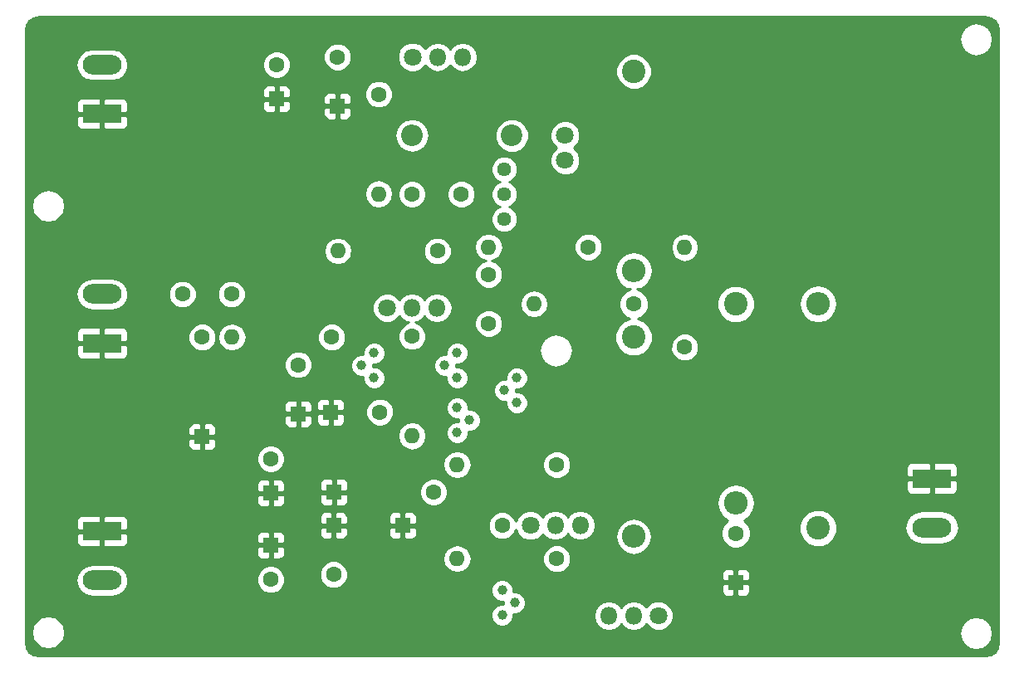
<source format=gbr>
G04 #@! TF.FileFunction,Copper,L1,Top,Signal*
%FSLAX46Y46*%
G04 Gerber Fmt 4.6, Leading zero omitted, Abs format (unit mm)*
G04 Created by KiCad (PCBNEW 4.0.6) date 06/17/17 11:54:25*
%MOMM*%
%LPD*%
G01*
G04 APERTURE LIST*
%ADD10C,0.100000*%
%ADD11C,1.600000*%
%ADD12R,1.600000X1.600000*%
%ADD13C,2.200000*%
%ADD14O,2.200000X2.200000*%
%ADD15C,1.800000*%
%ADD16O,3.960000X1.980000*%
%ADD17R,3.960000X1.980000*%
%ADD18C,1.000000*%
%ADD19O,1.800000X1.800000*%
%ADD20O,1.600000X1.600000*%
%ADD21C,1.440000*%
%ADD22C,2.400000*%
%ADD23O,2.400000X2.400000*%
%ADD24C,0.254000*%
G04 APERTURE END LIST*
D10*
D11*
X95000000Y-88800000D03*
X90000000Y-88800000D03*
X101800000Y-96000000D03*
D12*
X101800000Y-101000000D03*
D11*
X99000000Y-105600000D03*
D12*
X99000000Y-109100000D03*
D11*
X110100800Y-100848400D03*
D12*
X105100800Y-100848400D03*
D11*
X121200000Y-91800000D03*
X121200000Y-86800000D03*
X113400000Y-78600000D03*
X118400000Y-78600000D03*
X99600000Y-65400000D03*
D12*
X99600000Y-68900000D03*
D11*
X105800000Y-64600000D03*
D12*
X105800000Y-69600000D03*
D11*
X146400000Y-113200000D03*
D12*
X146400000Y-118200000D03*
X99000000Y-114400000D03*
D11*
X99000000Y-117900000D03*
X105400000Y-117400000D03*
D12*
X105400000Y-112400000D03*
D13*
X123560000Y-72600000D03*
D14*
X113400000Y-72600000D03*
D15*
X129000000Y-75140000D03*
X129000000Y-72600000D03*
D16*
X81800000Y-88800000D03*
D17*
X81800000Y-93800000D03*
D16*
X166400000Y-112600000D03*
D17*
X166400000Y-107600000D03*
D16*
X81800000Y-65400000D03*
D17*
X81800000Y-70400000D03*
X81800000Y-113000000D03*
D16*
X81800000Y-118000000D03*
D18*
X108250400Y-96070000D03*
X109520400Y-94800000D03*
X109520400Y-97340000D03*
X116730000Y-96070000D03*
X118000000Y-94800000D03*
X118000000Y-97340000D03*
X119270000Y-101661200D03*
X118000000Y-102931200D03*
X118000000Y-100391200D03*
X122800000Y-98600000D03*
X124070000Y-97330000D03*
X124070000Y-99870000D03*
X123870000Y-120270000D03*
X122600000Y-121540000D03*
X122600000Y-119000000D03*
D15*
X125460000Y-112400000D03*
D19*
X128000000Y-112400000D03*
X130540000Y-112400000D03*
D15*
X110860000Y-90200000D03*
D19*
X113400000Y-90200000D03*
X115940000Y-90200000D03*
D15*
X113460000Y-64600000D03*
D19*
X116000000Y-64600000D03*
X118540000Y-64600000D03*
D15*
X138540000Y-121600000D03*
D19*
X136000000Y-121600000D03*
X133460000Y-121600000D03*
D11*
X92000000Y-93200000D03*
D12*
X92000000Y-103360000D03*
D11*
X105200000Y-93200000D03*
D20*
X95040000Y-93200000D03*
D11*
X115600000Y-109000000D03*
D12*
X105440000Y-109000000D03*
D11*
X116000000Y-84400000D03*
D20*
X105840000Y-84400000D03*
D11*
X128160000Y-106200000D03*
D20*
X118000000Y-106200000D03*
D11*
X113400000Y-93100000D03*
D20*
X113400000Y-103260000D03*
D11*
X122600000Y-112400000D03*
D12*
X112440000Y-112400000D03*
D11*
X136000000Y-89800000D03*
D20*
X125840000Y-89800000D03*
D11*
X131360000Y-84000000D03*
D20*
X121200000Y-84000000D03*
D21*
X122800000Y-81140000D03*
X122800000Y-78600000D03*
X122800000Y-76060000D03*
D11*
X128160000Y-115800000D03*
D20*
X118000000Y-115800000D03*
D11*
X110000000Y-68400000D03*
D20*
X110000000Y-78560000D03*
D11*
X141200000Y-94200000D03*
D20*
X141200000Y-84040000D03*
D22*
X136000000Y-66080000D03*
D23*
X136000000Y-86400000D03*
D22*
X136000000Y-93200000D03*
D23*
X136000000Y-113520000D03*
D22*
X146400000Y-89800000D03*
D23*
X146400000Y-110120000D03*
D22*
X154800000Y-112660000D03*
D23*
X154800000Y-89800000D03*
D24*
G36*
X172388338Y-60621046D02*
X172802333Y-60897669D01*
X173078953Y-61311660D01*
X173190000Y-61869931D01*
X173190000Y-124330069D01*
X173078953Y-124888340D01*
X172802333Y-125302331D01*
X172388338Y-125578954D01*
X171830069Y-125690000D01*
X75369931Y-125690000D01*
X74811660Y-125578953D01*
X74397669Y-125302333D01*
X74121046Y-124888338D01*
X74010000Y-124330069D01*
X74010000Y-123300000D01*
X74590000Y-123300000D01*
X74720166Y-123954389D01*
X75090847Y-124509153D01*
X75645611Y-124879834D01*
X76300000Y-125010000D01*
X76954389Y-124879834D01*
X77509153Y-124509153D01*
X77879834Y-123954389D01*
X77990108Y-123400000D01*
X169189688Y-123400000D01*
X169319878Y-124054508D01*
X169690627Y-124609373D01*
X170245492Y-124980122D01*
X170900000Y-125110312D01*
X171554508Y-124980122D01*
X172109373Y-124609373D01*
X172480122Y-124054508D01*
X172610312Y-123400000D01*
X172480122Y-122745492D01*
X172109373Y-122190627D01*
X171554508Y-121819878D01*
X170900000Y-121689688D01*
X170245492Y-121819878D01*
X169690627Y-122190627D01*
X169319878Y-122745492D01*
X169189688Y-123400000D01*
X77990108Y-123400000D01*
X78010000Y-123300000D01*
X77879834Y-122645611D01*
X77509153Y-122090847D01*
X76954389Y-121720166D01*
X76300000Y-121590000D01*
X75645611Y-121720166D01*
X75090847Y-122090847D01*
X74720166Y-122645611D01*
X74590000Y-123300000D01*
X74010000Y-123300000D01*
X74010000Y-118000000D01*
X79133769Y-118000000D01*
X79257465Y-118621861D01*
X79609720Y-119149049D01*
X80136908Y-119501304D01*
X80758769Y-119625000D01*
X82841231Y-119625000D01*
X83463092Y-119501304D01*
X83990280Y-119149049D01*
X84342535Y-118621861D01*
X84429593Y-118184187D01*
X97564752Y-118184187D01*
X97782757Y-118711800D01*
X98186077Y-119115824D01*
X98713309Y-119334750D01*
X99284187Y-119335248D01*
X99551552Y-119224775D01*
X121464803Y-119224775D01*
X121637233Y-119642086D01*
X121956235Y-119961645D01*
X122373244Y-120134803D01*
X122735117Y-120135119D01*
X122734881Y-120405117D01*
X122375225Y-120404803D01*
X121957914Y-120577233D01*
X121638355Y-120896235D01*
X121465197Y-121313244D01*
X121464803Y-121764775D01*
X121637233Y-122182086D01*
X121956235Y-122501645D01*
X122373244Y-122674803D01*
X122824775Y-122675197D01*
X123242086Y-122502767D01*
X123561645Y-122183765D01*
X123734803Y-121766756D01*
X123734948Y-121600000D01*
X131894928Y-121600000D01*
X132011773Y-122187419D01*
X132344519Y-122685409D01*
X132842509Y-123018155D01*
X133429928Y-123135000D01*
X133490072Y-123135000D01*
X134077491Y-123018155D01*
X134575481Y-122685409D01*
X134730000Y-122454155D01*
X134884519Y-122685409D01*
X135382509Y-123018155D01*
X135969928Y-123135000D01*
X136030072Y-123135000D01*
X136617491Y-123018155D01*
X137115481Y-122685409D01*
X137251452Y-122481914D01*
X137669357Y-122900551D01*
X138233330Y-123134733D01*
X138843991Y-123135265D01*
X139408371Y-122902068D01*
X139840551Y-122470643D01*
X140074733Y-121906670D01*
X140075265Y-121296009D01*
X139842068Y-120731629D01*
X139410643Y-120299449D01*
X138846670Y-120065267D01*
X138236009Y-120064735D01*
X137671629Y-120297932D01*
X137251167Y-120717660D01*
X137115481Y-120514591D01*
X136617491Y-120181845D01*
X136030072Y-120065000D01*
X135969928Y-120065000D01*
X135382509Y-120181845D01*
X134884519Y-120514591D01*
X134730000Y-120745845D01*
X134575481Y-120514591D01*
X134077491Y-120181845D01*
X133490072Y-120065000D01*
X133429928Y-120065000D01*
X132842509Y-120181845D01*
X132344519Y-120514591D01*
X132011773Y-121012581D01*
X131894928Y-121600000D01*
X123734948Y-121600000D01*
X123735119Y-121404883D01*
X124094775Y-121405197D01*
X124512086Y-121232767D01*
X124831645Y-120913765D01*
X125004803Y-120496756D01*
X125005197Y-120045225D01*
X124832767Y-119627914D01*
X124513765Y-119308355D01*
X124096756Y-119135197D01*
X123734883Y-119134881D01*
X123735197Y-118775225D01*
X123615588Y-118485750D01*
X144965000Y-118485750D01*
X144965000Y-119126309D01*
X145061673Y-119359698D01*
X145240301Y-119538327D01*
X145473690Y-119635000D01*
X146114250Y-119635000D01*
X146273000Y-119476250D01*
X146273000Y-118327000D01*
X146527000Y-118327000D01*
X146527000Y-119476250D01*
X146685750Y-119635000D01*
X147326310Y-119635000D01*
X147559699Y-119538327D01*
X147738327Y-119359698D01*
X147835000Y-119126309D01*
X147835000Y-118485750D01*
X147676250Y-118327000D01*
X146527000Y-118327000D01*
X146273000Y-118327000D01*
X145123750Y-118327000D01*
X144965000Y-118485750D01*
X123615588Y-118485750D01*
X123562767Y-118357914D01*
X123243765Y-118038355D01*
X122826756Y-117865197D01*
X122375225Y-117864803D01*
X121957914Y-118037233D01*
X121638355Y-118356235D01*
X121465197Y-118773244D01*
X121464803Y-119224775D01*
X99551552Y-119224775D01*
X99811800Y-119117243D01*
X100215824Y-118713923D01*
X100434750Y-118186691D01*
X100435188Y-117684187D01*
X103964752Y-117684187D01*
X104182757Y-118211800D01*
X104586077Y-118615824D01*
X105113309Y-118834750D01*
X105684187Y-118835248D01*
X106211800Y-118617243D01*
X106615824Y-118213923D01*
X106834750Y-117686691D01*
X106835110Y-117273691D01*
X144965000Y-117273691D01*
X144965000Y-117914250D01*
X145123750Y-118073000D01*
X146273000Y-118073000D01*
X146273000Y-116923750D01*
X146527000Y-116923750D01*
X146527000Y-118073000D01*
X147676250Y-118073000D01*
X147835000Y-117914250D01*
X147835000Y-117273691D01*
X147738327Y-117040302D01*
X147559699Y-116861673D01*
X147326310Y-116765000D01*
X146685750Y-116765000D01*
X146527000Y-116923750D01*
X146273000Y-116923750D01*
X146114250Y-116765000D01*
X145473690Y-116765000D01*
X145240301Y-116861673D01*
X145061673Y-117040302D01*
X144965000Y-117273691D01*
X106835110Y-117273691D01*
X106835248Y-117115813D01*
X106617243Y-116588200D01*
X106213923Y-116184176D01*
X105686691Y-115965250D01*
X105115813Y-115964752D01*
X104588200Y-116182757D01*
X104184176Y-116586077D01*
X103965250Y-117113309D01*
X103964752Y-117684187D01*
X100435188Y-117684187D01*
X100435248Y-117615813D01*
X100217243Y-117088200D01*
X99813923Y-116684176D01*
X99286691Y-116465250D01*
X98715813Y-116464752D01*
X98188200Y-116682757D01*
X97784176Y-117086077D01*
X97565250Y-117613309D01*
X97564752Y-118184187D01*
X84429593Y-118184187D01*
X84466231Y-118000000D01*
X84342535Y-117378139D01*
X83990280Y-116850951D01*
X83463092Y-116498696D01*
X82841231Y-116375000D01*
X80758769Y-116375000D01*
X80136908Y-116498696D01*
X79609720Y-116850951D01*
X79257465Y-117378139D01*
X79133769Y-118000000D01*
X74010000Y-118000000D01*
X74010000Y-114685750D01*
X97565000Y-114685750D01*
X97565000Y-115326309D01*
X97661673Y-115559698D01*
X97840301Y-115738327D01*
X98073690Y-115835000D01*
X98714250Y-115835000D01*
X98873000Y-115676250D01*
X98873000Y-114527000D01*
X99127000Y-114527000D01*
X99127000Y-115676250D01*
X99285750Y-115835000D01*
X99926310Y-115835000D01*
X100010807Y-115800000D01*
X116536887Y-115800000D01*
X116646120Y-116349151D01*
X116957189Y-116814698D01*
X117422736Y-117125767D01*
X117971887Y-117235000D01*
X118028113Y-117235000D01*
X118577264Y-117125767D01*
X119042811Y-116814698D01*
X119353880Y-116349151D01*
X119406584Y-116084187D01*
X126724752Y-116084187D01*
X126942757Y-116611800D01*
X127346077Y-117015824D01*
X127873309Y-117234750D01*
X128444187Y-117235248D01*
X128971800Y-117017243D01*
X129375824Y-116613923D01*
X129594750Y-116086691D01*
X129595248Y-115515813D01*
X129377243Y-114988200D01*
X128973923Y-114584176D01*
X128446691Y-114365250D01*
X127875813Y-114364752D01*
X127348200Y-114582757D01*
X126944176Y-114986077D01*
X126725250Y-115513309D01*
X126724752Y-116084187D01*
X119406584Y-116084187D01*
X119463113Y-115800000D01*
X119353880Y-115250849D01*
X119042811Y-114785302D01*
X118577264Y-114474233D01*
X118028113Y-114365000D01*
X117971887Y-114365000D01*
X117422736Y-114474233D01*
X116957189Y-114785302D01*
X116646120Y-115250849D01*
X116536887Y-115800000D01*
X100010807Y-115800000D01*
X100159699Y-115738327D01*
X100338327Y-115559698D01*
X100435000Y-115326309D01*
X100435000Y-114685750D01*
X100276250Y-114527000D01*
X99127000Y-114527000D01*
X98873000Y-114527000D01*
X97723750Y-114527000D01*
X97565000Y-114685750D01*
X74010000Y-114685750D01*
X74010000Y-113285750D01*
X79185000Y-113285750D01*
X79185000Y-114116309D01*
X79281673Y-114349698D01*
X79460301Y-114528327D01*
X79693690Y-114625000D01*
X81514250Y-114625000D01*
X81673000Y-114466250D01*
X81673000Y-113127000D01*
X81927000Y-113127000D01*
X81927000Y-114466250D01*
X82085750Y-114625000D01*
X83906310Y-114625000D01*
X84139699Y-114528327D01*
X84318327Y-114349698D01*
X84415000Y-114116309D01*
X84415000Y-113473691D01*
X97565000Y-113473691D01*
X97565000Y-114114250D01*
X97723750Y-114273000D01*
X98873000Y-114273000D01*
X98873000Y-113123750D01*
X99127000Y-113123750D01*
X99127000Y-114273000D01*
X100276250Y-114273000D01*
X100435000Y-114114250D01*
X100435000Y-113473691D01*
X100338327Y-113240302D01*
X100159699Y-113061673D01*
X99926310Y-112965000D01*
X99285750Y-112965000D01*
X99127000Y-113123750D01*
X98873000Y-113123750D01*
X98714250Y-112965000D01*
X98073690Y-112965000D01*
X97840301Y-113061673D01*
X97661673Y-113240302D01*
X97565000Y-113473691D01*
X84415000Y-113473691D01*
X84415000Y-113285750D01*
X84256250Y-113127000D01*
X81927000Y-113127000D01*
X81673000Y-113127000D01*
X79343750Y-113127000D01*
X79185000Y-113285750D01*
X74010000Y-113285750D01*
X74010000Y-111883691D01*
X79185000Y-111883691D01*
X79185000Y-112714250D01*
X79343750Y-112873000D01*
X81673000Y-112873000D01*
X81673000Y-111533750D01*
X81927000Y-111533750D01*
X81927000Y-112873000D01*
X84256250Y-112873000D01*
X84415000Y-112714250D01*
X84415000Y-112685750D01*
X103965000Y-112685750D01*
X103965000Y-113326309D01*
X104061673Y-113559698D01*
X104240301Y-113738327D01*
X104473690Y-113835000D01*
X105114250Y-113835000D01*
X105273000Y-113676250D01*
X105273000Y-112527000D01*
X105527000Y-112527000D01*
X105527000Y-113676250D01*
X105685750Y-113835000D01*
X106326310Y-113835000D01*
X106559699Y-113738327D01*
X106738327Y-113559698D01*
X106835000Y-113326309D01*
X106835000Y-112685750D01*
X111005000Y-112685750D01*
X111005000Y-113326310D01*
X111101673Y-113559699D01*
X111280302Y-113738327D01*
X111513691Y-113835000D01*
X112154250Y-113835000D01*
X112313000Y-113676250D01*
X112313000Y-112527000D01*
X112567000Y-112527000D01*
X112567000Y-113676250D01*
X112725750Y-113835000D01*
X113366309Y-113835000D01*
X113599698Y-113738327D01*
X113778327Y-113559699D01*
X113875000Y-113326310D01*
X113875000Y-112685750D01*
X113873437Y-112684187D01*
X121164752Y-112684187D01*
X121382757Y-113211800D01*
X121786077Y-113615824D01*
X122313309Y-113834750D01*
X122884187Y-113835248D01*
X123411800Y-113617243D01*
X123815824Y-113213923D01*
X123976024Y-112828119D01*
X124157932Y-113268371D01*
X124589357Y-113700551D01*
X125153330Y-113934733D01*
X125763991Y-113935265D01*
X126328371Y-113702068D01*
X126748833Y-113282340D01*
X126884519Y-113485409D01*
X127382509Y-113818155D01*
X127969928Y-113935000D01*
X128030072Y-113935000D01*
X128617491Y-113818155D01*
X129115481Y-113485409D01*
X129270000Y-113254155D01*
X129424519Y-113485409D01*
X129922509Y-113818155D01*
X130509928Y-113935000D01*
X130570072Y-113935000D01*
X131157491Y-113818155D01*
X131655481Y-113485409D01*
X131656389Y-113484050D01*
X134165000Y-113484050D01*
X134165000Y-113555950D01*
X134304681Y-114258174D01*
X134702459Y-114853491D01*
X135297776Y-115251269D01*
X136000000Y-115390950D01*
X136702224Y-115251269D01*
X137297541Y-114853491D01*
X137695319Y-114258174D01*
X137835000Y-113555950D01*
X137835000Y-113484050D01*
X137695319Y-112781826D01*
X137297541Y-112186509D01*
X136702224Y-111788731D01*
X136000000Y-111649050D01*
X135297776Y-111788731D01*
X134702459Y-112186509D01*
X134304681Y-112781826D01*
X134165000Y-113484050D01*
X131656389Y-113484050D01*
X131988227Y-112987419D01*
X132105072Y-112400000D01*
X131988227Y-111812581D01*
X131655481Y-111314591D01*
X131157491Y-110981845D01*
X130570072Y-110865000D01*
X130509928Y-110865000D01*
X129922509Y-110981845D01*
X129424519Y-111314591D01*
X129270000Y-111545845D01*
X129115481Y-111314591D01*
X128617491Y-110981845D01*
X128030072Y-110865000D01*
X127969928Y-110865000D01*
X127382509Y-110981845D01*
X126884519Y-111314591D01*
X126748548Y-111518086D01*
X126330643Y-111099449D01*
X125766670Y-110865267D01*
X125156009Y-110864735D01*
X124591629Y-111097932D01*
X124159449Y-111529357D01*
X123975737Y-111971785D01*
X123817243Y-111588200D01*
X123413923Y-111184176D01*
X122886691Y-110965250D01*
X122315813Y-110964752D01*
X121788200Y-111182757D01*
X121384176Y-111586077D01*
X121165250Y-112113309D01*
X121164752Y-112684187D01*
X113873437Y-112684187D01*
X113716250Y-112527000D01*
X112567000Y-112527000D01*
X112313000Y-112527000D01*
X111163750Y-112527000D01*
X111005000Y-112685750D01*
X106835000Y-112685750D01*
X106676250Y-112527000D01*
X105527000Y-112527000D01*
X105273000Y-112527000D01*
X104123750Y-112527000D01*
X103965000Y-112685750D01*
X84415000Y-112685750D01*
X84415000Y-111883691D01*
X84318327Y-111650302D01*
X84141717Y-111473691D01*
X103965000Y-111473691D01*
X103965000Y-112114250D01*
X104123750Y-112273000D01*
X105273000Y-112273000D01*
X105273000Y-111123750D01*
X105527000Y-111123750D01*
X105527000Y-112273000D01*
X106676250Y-112273000D01*
X106835000Y-112114250D01*
X106835000Y-111473691D01*
X106835000Y-111473690D01*
X111005000Y-111473690D01*
X111005000Y-112114250D01*
X111163750Y-112273000D01*
X112313000Y-112273000D01*
X112313000Y-111123750D01*
X112567000Y-111123750D01*
X112567000Y-112273000D01*
X113716250Y-112273000D01*
X113875000Y-112114250D01*
X113875000Y-111473690D01*
X113778327Y-111240301D01*
X113599698Y-111061673D01*
X113366309Y-110965000D01*
X112725750Y-110965000D01*
X112567000Y-111123750D01*
X112313000Y-111123750D01*
X112154250Y-110965000D01*
X111513691Y-110965000D01*
X111280302Y-111061673D01*
X111101673Y-111240301D01*
X111005000Y-111473690D01*
X106835000Y-111473690D01*
X106738327Y-111240302D01*
X106559699Y-111061673D01*
X106326310Y-110965000D01*
X105685750Y-110965000D01*
X105527000Y-111123750D01*
X105273000Y-111123750D01*
X105114250Y-110965000D01*
X104473690Y-110965000D01*
X104240301Y-111061673D01*
X104061673Y-111240302D01*
X103965000Y-111473691D01*
X84141717Y-111473691D01*
X84139699Y-111471673D01*
X83906310Y-111375000D01*
X82085750Y-111375000D01*
X81927000Y-111533750D01*
X81673000Y-111533750D01*
X81514250Y-111375000D01*
X79693690Y-111375000D01*
X79460301Y-111471673D01*
X79281673Y-111650302D01*
X79185000Y-111883691D01*
X74010000Y-111883691D01*
X74010000Y-109385750D01*
X97565000Y-109385750D01*
X97565000Y-110026309D01*
X97661673Y-110259698D01*
X97840301Y-110438327D01*
X98073690Y-110535000D01*
X98714250Y-110535000D01*
X98873000Y-110376250D01*
X98873000Y-109227000D01*
X99127000Y-109227000D01*
X99127000Y-110376250D01*
X99285750Y-110535000D01*
X99926310Y-110535000D01*
X100159699Y-110438327D01*
X100338327Y-110259698D01*
X100435000Y-110026309D01*
X100435000Y-109385750D01*
X100335000Y-109285750D01*
X104005000Y-109285750D01*
X104005000Y-109926310D01*
X104101673Y-110159699D01*
X104280302Y-110338327D01*
X104513691Y-110435000D01*
X105154250Y-110435000D01*
X105313000Y-110276250D01*
X105313000Y-109127000D01*
X105567000Y-109127000D01*
X105567000Y-110276250D01*
X105725750Y-110435000D01*
X106366309Y-110435000D01*
X106599698Y-110338327D01*
X106778327Y-110159699D01*
X106875000Y-109926310D01*
X106875000Y-109285750D01*
X106873437Y-109284187D01*
X114164752Y-109284187D01*
X114382757Y-109811800D01*
X114786077Y-110215824D01*
X115313309Y-110434750D01*
X115884187Y-110435248D01*
X116411800Y-110217243D01*
X116547030Y-110082248D01*
X144473000Y-110082248D01*
X144473000Y-110157752D01*
X144619684Y-110895183D01*
X145037405Y-111520347D01*
X145583424Y-111885185D01*
X145536154Y-111904717D01*
X145106227Y-112333894D01*
X144873265Y-112894928D01*
X144872735Y-113502407D01*
X145104717Y-114063846D01*
X145533894Y-114493773D01*
X146094928Y-114726735D01*
X146702407Y-114727265D01*
X147263846Y-114495283D01*
X147693773Y-114066106D01*
X147926735Y-113505072D01*
X147927139Y-113041622D01*
X152872666Y-113041622D01*
X153165416Y-113750132D01*
X153707017Y-114292678D01*
X154415014Y-114586665D01*
X155181622Y-114587334D01*
X155890132Y-114294584D01*
X156432678Y-113752983D01*
X156726665Y-113044986D01*
X156727053Y-112600000D01*
X163639967Y-112600000D01*
X163770666Y-113257067D01*
X164142865Y-113814102D01*
X164699900Y-114186301D01*
X165356967Y-114317000D01*
X167443033Y-114317000D01*
X168100100Y-114186301D01*
X168657135Y-113814102D01*
X169029334Y-113257067D01*
X169160033Y-112600000D01*
X169029334Y-111942933D01*
X168657135Y-111385898D01*
X168100100Y-111013699D01*
X167443033Y-110883000D01*
X165356967Y-110883000D01*
X164699900Y-111013699D01*
X164142865Y-111385898D01*
X163770666Y-111942933D01*
X163639967Y-112600000D01*
X156727053Y-112600000D01*
X156727334Y-112278378D01*
X156434584Y-111569868D01*
X155892983Y-111027322D01*
X155184986Y-110733335D01*
X154418378Y-110732666D01*
X153709868Y-111025416D01*
X153167322Y-111567017D01*
X152873335Y-112275014D01*
X152872666Y-113041622D01*
X147927139Y-113041622D01*
X147927265Y-112897593D01*
X147695283Y-112336154D01*
X147266106Y-111906227D01*
X147216137Y-111885478D01*
X147762595Y-111520347D01*
X148180316Y-110895183D01*
X148327000Y-110157752D01*
X148327000Y-110082248D01*
X148180316Y-109344817D01*
X147762595Y-108719653D01*
X147137431Y-108301932D01*
X146400000Y-108155248D01*
X145662569Y-108301932D01*
X145037405Y-108719653D01*
X144619684Y-109344817D01*
X144473000Y-110082248D01*
X116547030Y-110082248D01*
X116815824Y-109813923D01*
X117034750Y-109286691D01*
X117035248Y-108715813D01*
X116817243Y-108188200D01*
X116515321Y-107885750D01*
X163785000Y-107885750D01*
X163785000Y-108716309D01*
X163881673Y-108949698D01*
X164060301Y-109128327D01*
X164293690Y-109225000D01*
X166114250Y-109225000D01*
X166273000Y-109066250D01*
X166273000Y-107727000D01*
X166527000Y-107727000D01*
X166527000Y-109066250D01*
X166685750Y-109225000D01*
X168506310Y-109225000D01*
X168739699Y-109128327D01*
X168918327Y-108949698D01*
X169015000Y-108716309D01*
X169015000Y-107885750D01*
X168856250Y-107727000D01*
X166527000Y-107727000D01*
X166273000Y-107727000D01*
X163943750Y-107727000D01*
X163785000Y-107885750D01*
X116515321Y-107885750D01*
X116413923Y-107784176D01*
X115886691Y-107565250D01*
X115315813Y-107564752D01*
X114788200Y-107782757D01*
X114384176Y-108186077D01*
X114165250Y-108713309D01*
X114164752Y-109284187D01*
X106873437Y-109284187D01*
X106716250Y-109127000D01*
X105567000Y-109127000D01*
X105313000Y-109127000D01*
X104163750Y-109127000D01*
X104005000Y-109285750D01*
X100335000Y-109285750D01*
X100276250Y-109227000D01*
X99127000Y-109227000D01*
X98873000Y-109227000D01*
X97723750Y-109227000D01*
X97565000Y-109385750D01*
X74010000Y-109385750D01*
X74010000Y-108173691D01*
X97565000Y-108173691D01*
X97565000Y-108814250D01*
X97723750Y-108973000D01*
X98873000Y-108973000D01*
X98873000Y-107823750D01*
X99127000Y-107823750D01*
X99127000Y-108973000D01*
X100276250Y-108973000D01*
X100435000Y-108814250D01*
X100435000Y-108173691D01*
X100393579Y-108073690D01*
X104005000Y-108073690D01*
X104005000Y-108714250D01*
X104163750Y-108873000D01*
X105313000Y-108873000D01*
X105313000Y-107723750D01*
X105567000Y-107723750D01*
X105567000Y-108873000D01*
X106716250Y-108873000D01*
X106875000Y-108714250D01*
X106875000Y-108073690D01*
X106778327Y-107840301D01*
X106599698Y-107661673D01*
X106366309Y-107565000D01*
X105725750Y-107565000D01*
X105567000Y-107723750D01*
X105313000Y-107723750D01*
X105154250Y-107565000D01*
X104513691Y-107565000D01*
X104280302Y-107661673D01*
X104101673Y-107840301D01*
X104005000Y-108073690D01*
X100393579Y-108073690D01*
X100338327Y-107940302D01*
X100159699Y-107761673D01*
X99926310Y-107665000D01*
X99285750Y-107665000D01*
X99127000Y-107823750D01*
X98873000Y-107823750D01*
X98714250Y-107665000D01*
X98073690Y-107665000D01*
X97840301Y-107761673D01*
X97661673Y-107940302D01*
X97565000Y-108173691D01*
X74010000Y-108173691D01*
X74010000Y-105884187D01*
X97564752Y-105884187D01*
X97782757Y-106411800D01*
X98186077Y-106815824D01*
X98713309Y-107034750D01*
X99284187Y-107035248D01*
X99811800Y-106817243D01*
X100215824Y-106413923D01*
X100304652Y-106200000D01*
X116536887Y-106200000D01*
X116646120Y-106749151D01*
X116957189Y-107214698D01*
X117422736Y-107525767D01*
X117971887Y-107635000D01*
X118028113Y-107635000D01*
X118577264Y-107525767D01*
X119042811Y-107214698D01*
X119353880Y-106749151D01*
X119406584Y-106484187D01*
X126724752Y-106484187D01*
X126942757Y-107011800D01*
X127346077Y-107415824D01*
X127873309Y-107634750D01*
X128444187Y-107635248D01*
X128971800Y-107417243D01*
X129375824Y-107013923D01*
X129594750Y-106486691D01*
X129594752Y-106483691D01*
X163785000Y-106483691D01*
X163785000Y-107314250D01*
X163943750Y-107473000D01*
X166273000Y-107473000D01*
X166273000Y-106133750D01*
X166527000Y-106133750D01*
X166527000Y-107473000D01*
X168856250Y-107473000D01*
X169015000Y-107314250D01*
X169015000Y-106483691D01*
X168918327Y-106250302D01*
X168739699Y-106071673D01*
X168506310Y-105975000D01*
X166685750Y-105975000D01*
X166527000Y-106133750D01*
X166273000Y-106133750D01*
X166114250Y-105975000D01*
X164293690Y-105975000D01*
X164060301Y-106071673D01*
X163881673Y-106250302D01*
X163785000Y-106483691D01*
X129594752Y-106483691D01*
X129595248Y-105915813D01*
X129377243Y-105388200D01*
X128973923Y-104984176D01*
X128446691Y-104765250D01*
X127875813Y-104764752D01*
X127348200Y-104982757D01*
X126944176Y-105386077D01*
X126725250Y-105913309D01*
X126724752Y-106484187D01*
X119406584Y-106484187D01*
X119463113Y-106200000D01*
X119353880Y-105650849D01*
X119042811Y-105185302D01*
X118577264Y-104874233D01*
X118028113Y-104765000D01*
X117971887Y-104765000D01*
X117422736Y-104874233D01*
X116957189Y-105185302D01*
X116646120Y-105650849D01*
X116536887Y-106200000D01*
X100304652Y-106200000D01*
X100434750Y-105886691D01*
X100435248Y-105315813D01*
X100217243Y-104788200D01*
X99813923Y-104384176D01*
X99286691Y-104165250D01*
X98715813Y-104164752D01*
X98188200Y-104382757D01*
X97784176Y-104786077D01*
X97565250Y-105313309D01*
X97564752Y-105884187D01*
X74010000Y-105884187D01*
X74010000Y-103645750D01*
X90565000Y-103645750D01*
X90565000Y-104286309D01*
X90661673Y-104519698D01*
X90840301Y-104698327D01*
X91073690Y-104795000D01*
X91714250Y-104795000D01*
X91873000Y-104636250D01*
X91873000Y-103487000D01*
X92127000Y-103487000D01*
X92127000Y-104636250D01*
X92285750Y-104795000D01*
X92926310Y-104795000D01*
X93159699Y-104698327D01*
X93338327Y-104519698D01*
X93435000Y-104286309D01*
X93435000Y-103645750D01*
X93276250Y-103487000D01*
X92127000Y-103487000D01*
X91873000Y-103487000D01*
X90723750Y-103487000D01*
X90565000Y-103645750D01*
X74010000Y-103645750D01*
X74010000Y-102433691D01*
X90565000Y-102433691D01*
X90565000Y-103074250D01*
X90723750Y-103233000D01*
X91873000Y-103233000D01*
X91873000Y-102083750D01*
X92127000Y-102083750D01*
X92127000Y-103233000D01*
X93276250Y-103233000D01*
X93277363Y-103231887D01*
X111965000Y-103231887D01*
X111965000Y-103288113D01*
X112074233Y-103837264D01*
X112385302Y-104302811D01*
X112850849Y-104613880D01*
X113400000Y-104723113D01*
X113949151Y-104613880D01*
X114414698Y-104302811D01*
X114725767Y-103837264D01*
X114835000Y-103288113D01*
X114835000Y-103231887D01*
X114725767Y-102682736D01*
X114414698Y-102217189D01*
X113949151Y-101906120D01*
X113400000Y-101796887D01*
X112850849Y-101906120D01*
X112385302Y-102217189D01*
X112074233Y-102682736D01*
X111965000Y-103231887D01*
X93277363Y-103231887D01*
X93435000Y-103074250D01*
X93435000Y-102433691D01*
X93338327Y-102200302D01*
X93159699Y-102021673D01*
X92926310Y-101925000D01*
X92285750Y-101925000D01*
X92127000Y-102083750D01*
X91873000Y-102083750D01*
X91714250Y-101925000D01*
X91073690Y-101925000D01*
X90840301Y-102021673D01*
X90661673Y-102200302D01*
X90565000Y-102433691D01*
X74010000Y-102433691D01*
X74010000Y-101285750D01*
X100365000Y-101285750D01*
X100365000Y-101926309D01*
X100461673Y-102159698D01*
X100640301Y-102338327D01*
X100873690Y-102435000D01*
X101514250Y-102435000D01*
X101673000Y-102276250D01*
X101673000Y-101127000D01*
X101927000Y-101127000D01*
X101927000Y-102276250D01*
X102085750Y-102435000D01*
X102726310Y-102435000D01*
X102959699Y-102338327D01*
X103138327Y-102159698D01*
X103235000Y-101926309D01*
X103235000Y-101285750D01*
X103083400Y-101134150D01*
X103665800Y-101134150D01*
X103665800Y-101774710D01*
X103762473Y-102008099D01*
X103941102Y-102186727D01*
X104174491Y-102283400D01*
X104815050Y-102283400D01*
X104973800Y-102124650D01*
X104973800Y-100975400D01*
X105227800Y-100975400D01*
X105227800Y-102124650D01*
X105386550Y-102283400D01*
X106027109Y-102283400D01*
X106260498Y-102186727D01*
X106439127Y-102008099D01*
X106535800Y-101774710D01*
X106535800Y-101134150D01*
X106534237Y-101132587D01*
X108665552Y-101132587D01*
X108883557Y-101660200D01*
X109286877Y-102064224D01*
X109814109Y-102283150D01*
X110384987Y-102283648D01*
X110912600Y-102065643D01*
X111316624Y-101662323D01*
X111535550Y-101135091D01*
X111536002Y-100615975D01*
X116864803Y-100615975D01*
X117037233Y-101033286D01*
X117356235Y-101352845D01*
X117773244Y-101526003D01*
X118135117Y-101526319D01*
X118134881Y-101796317D01*
X117775225Y-101796003D01*
X117357914Y-101968433D01*
X117038355Y-102287435D01*
X116865197Y-102704444D01*
X116864803Y-103155975D01*
X117037233Y-103573286D01*
X117356235Y-103892845D01*
X117773244Y-104066003D01*
X118224775Y-104066397D01*
X118642086Y-103893967D01*
X118961645Y-103574965D01*
X119134803Y-103157956D01*
X119135119Y-102796083D01*
X119494775Y-102796397D01*
X119912086Y-102623967D01*
X120231645Y-102304965D01*
X120404803Y-101887956D01*
X120405197Y-101436425D01*
X120232767Y-101019114D01*
X119913765Y-100699555D01*
X119496756Y-100526397D01*
X119134883Y-100526081D01*
X119135197Y-100166425D01*
X118962767Y-99749114D01*
X118643765Y-99429555D01*
X118226756Y-99256397D01*
X117775225Y-99256003D01*
X117357914Y-99428433D01*
X117038355Y-99747435D01*
X116865197Y-100164444D01*
X116864803Y-100615975D01*
X111536002Y-100615975D01*
X111536048Y-100564213D01*
X111318043Y-100036600D01*
X110914723Y-99632576D01*
X110387491Y-99413650D01*
X109816613Y-99413152D01*
X109289000Y-99631157D01*
X108884976Y-100034477D01*
X108666050Y-100561709D01*
X108665552Y-101132587D01*
X106534237Y-101132587D01*
X106377050Y-100975400D01*
X105227800Y-100975400D01*
X104973800Y-100975400D01*
X103824550Y-100975400D01*
X103665800Y-101134150D01*
X103083400Y-101134150D01*
X103076250Y-101127000D01*
X101927000Y-101127000D01*
X101673000Y-101127000D01*
X100523750Y-101127000D01*
X100365000Y-101285750D01*
X74010000Y-101285750D01*
X74010000Y-100073691D01*
X100365000Y-100073691D01*
X100365000Y-100714250D01*
X100523750Y-100873000D01*
X101673000Y-100873000D01*
X101673000Y-99723750D01*
X101927000Y-99723750D01*
X101927000Y-100873000D01*
X103076250Y-100873000D01*
X103235000Y-100714250D01*
X103235000Y-100073691D01*
X103172205Y-99922090D01*
X103665800Y-99922090D01*
X103665800Y-100562650D01*
X103824550Y-100721400D01*
X104973800Y-100721400D01*
X104973800Y-99572150D01*
X105227800Y-99572150D01*
X105227800Y-100721400D01*
X106377050Y-100721400D01*
X106535800Y-100562650D01*
X106535800Y-99922090D01*
X106439127Y-99688701D01*
X106260498Y-99510073D01*
X106027109Y-99413400D01*
X105386550Y-99413400D01*
X105227800Y-99572150D01*
X104973800Y-99572150D01*
X104815050Y-99413400D01*
X104174491Y-99413400D01*
X103941102Y-99510073D01*
X103762473Y-99688701D01*
X103665800Y-99922090D01*
X103172205Y-99922090D01*
X103138327Y-99840302D01*
X102959699Y-99661673D01*
X102726310Y-99565000D01*
X102085750Y-99565000D01*
X101927000Y-99723750D01*
X101673000Y-99723750D01*
X101514250Y-99565000D01*
X100873690Y-99565000D01*
X100640301Y-99661673D01*
X100461673Y-99840302D01*
X100365000Y-100073691D01*
X74010000Y-100073691D01*
X74010000Y-98824775D01*
X121664803Y-98824775D01*
X121837233Y-99242086D01*
X122156235Y-99561645D01*
X122573244Y-99734803D01*
X122935117Y-99735119D01*
X122934803Y-100094775D01*
X123107233Y-100512086D01*
X123426235Y-100831645D01*
X123843244Y-101004803D01*
X124294775Y-101005197D01*
X124712086Y-100832767D01*
X125031645Y-100513765D01*
X125204803Y-100096756D01*
X125205197Y-99645225D01*
X125032767Y-99227914D01*
X124713765Y-98908355D01*
X124296756Y-98735197D01*
X123934883Y-98734881D01*
X123935119Y-98464883D01*
X124294775Y-98465197D01*
X124712086Y-98292767D01*
X125031645Y-97973765D01*
X125204803Y-97556756D01*
X125205197Y-97105225D01*
X125032767Y-96687914D01*
X124713765Y-96368355D01*
X124296756Y-96195197D01*
X123845225Y-96194803D01*
X123427914Y-96367233D01*
X123108355Y-96686235D01*
X122935197Y-97103244D01*
X122934881Y-97465117D01*
X122575225Y-97464803D01*
X122157914Y-97637233D01*
X121838355Y-97956235D01*
X121665197Y-98373244D01*
X121664803Y-98824775D01*
X74010000Y-98824775D01*
X74010000Y-96284187D01*
X100364752Y-96284187D01*
X100582757Y-96811800D01*
X100986077Y-97215824D01*
X101513309Y-97434750D01*
X102084187Y-97435248D01*
X102611800Y-97217243D01*
X103015824Y-96813923D01*
X103231393Y-96294775D01*
X107115203Y-96294775D01*
X107287633Y-96712086D01*
X107606635Y-97031645D01*
X108023644Y-97204803D01*
X108385517Y-97205119D01*
X108385203Y-97564775D01*
X108557633Y-97982086D01*
X108876635Y-98301645D01*
X109293644Y-98474803D01*
X109745175Y-98475197D01*
X110162486Y-98302767D01*
X110482045Y-97983765D01*
X110655203Y-97566756D01*
X110655597Y-97115225D01*
X110483167Y-96697914D01*
X110164165Y-96378355D01*
X109962883Y-96294775D01*
X115594803Y-96294775D01*
X115767233Y-96712086D01*
X116086235Y-97031645D01*
X116503244Y-97204803D01*
X116865117Y-97205119D01*
X116864803Y-97564775D01*
X117037233Y-97982086D01*
X117356235Y-98301645D01*
X117773244Y-98474803D01*
X118224775Y-98475197D01*
X118642086Y-98302767D01*
X118961645Y-97983765D01*
X119134803Y-97566756D01*
X119135197Y-97115225D01*
X118962767Y-96697914D01*
X118643765Y-96378355D01*
X118226756Y-96205197D01*
X117864883Y-96204881D01*
X117865119Y-95934883D01*
X118224775Y-95935197D01*
X118642086Y-95762767D01*
X118961645Y-95443765D01*
X119134803Y-95026756D01*
X119135197Y-94575225D01*
X119124775Y-94550000D01*
X126363751Y-94550000D01*
X126494012Y-95204867D01*
X126864964Y-95760036D01*
X127420133Y-96130988D01*
X128075000Y-96261249D01*
X128729867Y-96130988D01*
X129285036Y-95760036D01*
X129655988Y-95204867D01*
X129786249Y-94550000D01*
X129655988Y-93895133D01*
X129446507Y-93581622D01*
X134072666Y-93581622D01*
X134365416Y-94290132D01*
X134907017Y-94832678D01*
X135615014Y-95126665D01*
X136381622Y-95127334D01*
X137090132Y-94834584D01*
X137441140Y-94484187D01*
X139764752Y-94484187D01*
X139982757Y-95011800D01*
X140386077Y-95415824D01*
X140913309Y-95634750D01*
X141484187Y-95635248D01*
X142011800Y-95417243D01*
X142415824Y-95013923D01*
X142634750Y-94486691D01*
X142635248Y-93915813D01*
X142417243Y-93388200D01*
X142013923Y-92984176D01*
X141486691Y-92765250D01*
X140915813Y-92764752D01*
X140388200Y-92982757D01*
X139984176Y-93386077D01*
X139765250Y-93913309D01*
X139764752Y-94484187D01*
X137441140Y-94484187D01*
X137632678Y-94292983D01*
X137926665Y-93584986D01*
X137927334Y-92818378D01*
X137634584Y-92109868D01*
X137092983Y-91567322D01*
X136408898Y-91283264D01*
X136863846Y-91095283D01*
X137293773Y-90666106D01*
X137494948Y-90181622D01*
X144472666Y-90181622D01*
X144765416Y-90890132D01*
X145307017Y-91432678D01*
X146015014Y-91726665D01*
X146781622Y-91727334D01*
X147490132Y-91434584D01*
X148032678Y-90892983D01*
X148326665Y-90184986D01*
X148327033Y-89762248D01*
X152873000Y-89762248D01*
X152873000Y-89837752D01*
X153019684Y-90575183D01*
X153437405Y-91200347D01*
X154062569Y-91618068D01*
X154800000Y-91764752D01*
X155537431Y-91618068D01*
X156162595Y-91200347D01*
X156580316Y-90575183D01*
X156727000Y-89837752D01*
X156727000Y-89762248D01*
X156580316Y-89024817D01*
X156162595Y-88399653D01*
X155537431Y-87981932D01*
X154800000Y-87835248D01*
X154062569Y-87981932D01*
X153437405Y-88399653D01*
X153019684Y-89024817D01*
X152873000Y-89762248D01*
X148327033Y-89762248D01*
X148327334Y-89418378D01*
X148034584Y-88709868D01*
X147492983Y-88167322D01*
X146784986Y-87873335D01*
X146018378Y-87872666D01*
X145309868Y-88165416D01*
X144767322Y-88707017D01*
X144473335Y-89415014D01*
X144472666Y-90181622D01*
X137494948Y-90181622D01*
X137526735Y-90105072D01*
X137527265Y-89497593D01*
X137295283Y-88936154D01*
X136866106Y-88506227D01*
X136355230Y-88294092D01*
X136737431Y-88218068D01*
X137362595Y-87800347D01*
X137780316Y-87175183D01*
X137927000Y-86437752D01*
X137927000Y-86362248D01*
X137780316Y-85624817D01*
X137362595Y-84999653D01*
X136737431Y-84581932D01*
X136000000Y-84435248D01*
X135262569Y-84581932D01*
X134637405Y-84999653D01*
X134219684Y-85624817D01*
X134073000Y-86362248D01*
X134073000Y-86437752D01*
X134219684Y-87175183D01*
X134637405Y-87800347D01*
X135262569Y-88218068D01*
X135645536Y-88294245D01*
X135136154Y-88504717D01*
X134706227Y-88933894D01*
X134473265Y-89494928D01*
X134472735Y-90102407D01*
X134704717Y-90663846D01*
X135133894Y-91093773D01*
X135591481Y-91283780D01*
X134909868Y-91565416D01*
X134367322Y-92107017D01*
X134073335Y-92815014D01*
X134072666Y-93581622D01*
X129446507Y-93581622D01*
X129285036Y-93339964D01*
X128729867Y-92969012D01*
X128075000Y-92838751D01*
X127420133Y-92969012D01*
X126864964Y-93339964D01*
X126494012Y-93895133D01*
X126363751Y-94550000D01*
X119124775Y-94550000D01*
X118962767Y-94157914D01*
X118643765Y-93838355D01*
X118226756Y-93665197D01*
X117775225Y-93664803D01*
X117357914Y-93837233D01*
X117038355Y-94156235D01*
X116865197Y-94573244D01*
X116864881Y-94935117D01*
X116505225Y-94934803D01*
X116087914Y-95107233D01*
X115768355Y-95426235D01*
X115595197Y-95843244D01*
X115594803Y-96294775D01*
X109962883Y-96294775D01*
X109747156Y-96205197D01*
X109385283Y-96204881D01*
X109385519Y-95934883D01*
X109745175Y-95935197D01*
X110162486Y-95762767D01*
X110482045Y-95443765D01*
X110655203Y-95026756D01*
X110655597Y-94575225D01*
X110483167Y-94157914D01*
X110164165Y-93838355D01*
X109747156Y-93665197D01*
X109295625Y-93664803D01*
X108878314Y-93837233D01*
X108558755Y-94156235D01*
X108385597Y-94573244D01*
X108385281Y-94935117D01*
X108025625Y-94934803D01*
X107608314Y-95107233D01*
X107288755Y-95426235D01*
X107115597Y-95843244D01*
X107115203Y-96294775D01*
X103231393Y-96294775D01*
X103234750Y-96286691D01*
X103235248Y-95715813D01*
X103017243Y-95188200D01*
X102613923Y-94784176D01*
X102086691Y-94565250D01*
X101515813Y-94564752D01*
X100988200Y-94782757D01*
X100584176Y-95186077D01*
X100365250Y-95713309D01*
X100364752Y-96284187D01*
X74010000Y-96284187D01*
X74010000Y-94085750D01*
X79185000Y-94085750D01*
X79185000Y-94916309D01*
X79281673Y-95149698D01*
X79460301Y-95328327D01*
X79693690Y-95425000D01*
X81514250Y-95425000D01*
X81673000Y-95266250D01*
X81673000Y-93927000D01*
X81927000Y-93927000D01*
X81927000Y-95266250D01*
X82085750Y-95425000D01*
X83906310Y-95425000D01*
X84139699Y-95328327D01*
X84318327Y-95149698D01*
X84415000Y-94916309D01*
X84415000Y-94085750D01*
X84256250Y-93927000D01*
X81927000Y-93927000D01*
X81673000Y-93927000D01*
X79343750Y-93927000D01*
X79185000Y-94085750D01*
X74010000Y-94085750D01*
X74010000Y-92683691D01*
X79185000Y-92683691D01*
X79185000Y-93514250D01*
X79343750Y-93673000D01*
X81673000Y-93673000D01*
X81673000Y-92333750D01*
X81927000Y-92333750D01*
X81927000Y-93673000D01*
X84256250Y-93673000D01*
X84415000Y-93514250D01*
X84415000Y-93484187D01*
X90564752Y-93484187D01*
X90782757Y-94011800D01*
X91186077Y-94415824D01*
X91713309Y-94634750D01*
X92284187Y-94635248D01*
X92811800Y-94417243D01*
X93215824Y-94013923D01*
X93434750Y-93486691D01*
X93435000Y-93200000D01*
X93576887Y-93200000D01*
X93686120Y-93749151D01*
X93997189Y-94214698D01*
X94462736Y-94525767D01*
X95011887Y-94635000D01*
X95068113Y-94635000D01*
X95617264Y-94525767D01*
X96082811Y-94214698D01*
X96393880Y-93749151D01*
X96446584Y-93484187D01*
X103764752Y-93484187D01*
X103982757Y-94011800D01*
X104386077Y-94415824D01*
X104913309Y-94634750D01*
X105484187Y-94635248D01*
X106011800Y-94417243D01*
X106415824Y-94013923D01*
X106634750Y-93486691D01*
X106635248Y-92915813D01*
X106417243Y-92388200D01*
X106013923Y-91984176D01*
X105486691Y-91765250D01*
X104915813Y-91764752D01*
X104388200Y-91982757D01*
X103984176Y-92386077D01*
X103765250Y-92913309D01*
X103764752Y-93484187D01*
X96446584Y-93484187D01*
X96503113Y-93200000D01*
X96393880Y-92650849D01*
X96082811Y-92185302D01*
X95617264Y-91874233D01*
X95068113Y-91765000D01*
X95011887Y-91765000D01*
X94462736Y-91874233D01*
X93997189Y-92185302D01*
X93686120Y-92650849D01*
X93576887Y-93200000D01*
X93435000Y-93200000D01*
X93435248Y-92915813D01*
X93217243Y-92388200D01*
X92813923Y-91984176D01*
X92286691Y-91765250D01*
X91715813Y-91764752D01*
X91188200Y-91982757D01*
X90784176Y-92386077D01*
X90565250Y-92913309D01*
X90564752Y-93484187D01*
X84415000Y-93484187D01*
X84415000Y-92683691D01*
X84318327Y-92450302D01*
X84139699Y-92271673D01*
X83906310Y-92175000D01*
X82085750Y-92175000D01*
X81927000Y-92333750D01*
X81673000Y-92333750D01*
X81514250Y-92175000D01*
X79693690Y-92175000D01*
X79460301Y-92271673D01*
X79281673Y-92450302D01*
X79185000Y-92683691D01*
X74010000Y-92683691D01*
X74010000Y-90503991D01*
X109324735Y-90503991D01*
X109557932Y-91068371D01*
X109989357Y-91500551D01*
X110553330Y-91734733D01*
X111163991Y-91735265D01*
X111728371Y-91502068D01*
X112148833Y-91082340D01*
X112284519Y-91285409D01*
X112782509Y-91618155D01*
X113083627Y-91678051D01*
X112588200Y-91882757D01*
X112184176Y-92286077D01*
X111965250Y-92813309D01*
X111964752Y-93384187D01*
X112182757Y-93911800D01*
X112586077Y-94315824D01*
X113113309Y-94534750D01*
X113684187Y-94535248D01*
X114211800Y-94317243D01*
X114615824Y-93913923D01*
X114834750Y-93386691D01*
X114835248Y-92815813D01*
X114617243Y-92288200D01*
X114413586Y-92084187D01*
X119764752Y-92084187D01*
X119982757Y-92611800D01*
X120386077Y-93015824D01*
X120913309Y-93234750D01*
X121484187Y-93235248D01*
X122011800Y-93017243D01*
X122415824Y-92613923D01*
X122634750Y-92086691D01*
X122635248Y-91515813D01*
X122417243Y-90988200D01*
X122013923Y-90584176D01*
X121486691Y-90365250D01*
X120915813Y-90364752D01*
X120388200Y-90582757D01*
X119984176Y-90986077D01*
X119765250Y-91513309D01*
X119764752Y-92084187D01*
X114413586Y-92084187D01*
X114213923Y-91884176D01*
X113717148Y-91677897D01*
X114017491Y-91618155D01*
X114515481Y-91285409D01*
X114670000Y-91054155D01*
X114824519Y-91285409D01*
X115322509Y-91618155D01*
X115909928Y-91735000D01*
X115970072Y-91735000D01*
X116557491Y-91618155D01*
X117055481Y-91285409D01*
X117388227Y-90787419D01*
X117505072Y-90200000D01*
X117425507Y-89800000D01*
X124376887Y-89800000D01*
X124486120Y-90349151D01*
X124797189Y-90814698D01*
X125262736Y-91125767D01*
X125811887Y-91235000D01*
X125868113Y-91235000D01*
X126417264Y-91125767D01*
X126882811Y-90814698D01*
X127193880Y-90349151D01*
X127303113Y-89800000D01*
X127193880Y-89250849D01*
X126882811Y-88785302D01*
X126417264Y-88474233D01*
X125868113Y-88365000D01*
X125811887Y-88365000D01*
X125262736Y-88474233D01*
X124797189Y-88785302D01*
X124486120Y-89250849D01*
X124376887Y-89800000D01*
X117425507Y-89800000D01*
X117388227Y-89612581D01*
X117055481Y-89114591D01*
X116557491Y-88781845D01*
X115970072Y-88665000D01*
X115909928Y-88665000D01*
X115322509Y-88781845D01*
X114824519Y-89114591D01*
X114670000Y-89345845D01*
X114515481Y-89114591D01*
X114017491Y-88781845D01*
X113430072Y-88665000D01*
X113369928Y-88665000D01*
X112782509Y-88781845D01*
X112284519Y-89114591D01*
X112148548Y-89318086D01*
X111730643Y-88899449D01*
X111166670Y-88665267D01*
X110556009Y-88664735D01*
X109991629Y-88897932D01*
X109559449Y-89329357D01*
X109325267Y-89893330D01*
X109324735Y-90503991D01*
X74010000Y-90503991D01*
X74010000Y-88800000D01*
X79133769Y-88800000D01*
X79257465Y-89421861D01*
X79609720Y-89949049D01*
X80136908Y-90301304D01*
X80758769Y-90425000D01*
X82841231Y-90425000D01*
X83463092Y-90301304D01*
X83990280Y-89949049D01*
X84342535Y-89421861D01*
X84409702Y-89084187D01*
X88564752Y-89084187D01*
X88782757Y-89611800D01*
X89186077Y-90015824D01*
X89713309Y-90234750D01*
X90284187Y-90235248D01*
X90811800Y-90017243D01*
X91215824Y-89613923D01*
X91434750Y-89086691D01*
X91434752Y-89084187D01*
X93564752Y-89084187D01*
X93782757Y-89611800D01*
X94186077Y-90015824D01*
X94713309Y-90234750D01*
X95284187Y-90235248D01*
X95811800Y-90017243D01*
X96215824Y-89613923D01*
X96434750Y-89086691D01*
X96435248Y-88515813D01*
X96217243Y-87988200D01*
X95813923Y-87584176D01*
X95286691Y-87365250D01*
X94715813Y-87364752D01*
X94188200Y-87582757D01*
X93784176Y-87986077D01*
X93565250Y-88513309D01*
X93564752Y-89084187D01*
X91434752Y-89084187D01*
X91435248Y-88515813D01*
X91217243Y-87988200D01*
X90813923Y-87584176D01*
X90286691Y-87365250D01*
X89715813Y-87364752D01*
X89188200Y-87582757D01*
X88784176Y-87986077D01*
X88565250Y-88513309D01*
X88564752Y-89084187D01*
X84409702Y-89084187D01*
X84466231Y-88800000D01*
X84342535Y-88178139D01*
X83990280Y-87650951D01*
X83463092Y-87298696D01*
X82841231Y-87175000D01*
X80758769Y-87175000D01*
X80136908Y-87298696D01*
X79609720Y-87650951D01*
X79257465Y-88178139D01*
X79133769Y-88800000D01*
X74010000Y-88800000D01*
X74010000Y-84400000D01*
X104376887Y-84400000D01*
X104486120Y-84949151D01*
X104797189Y-85414698D01*
X105262736Y-85725767D01*
X105811887Y-85835000D01*
X105868113Y-85835000D01*
X106417264Y-85725767D01*
X106882811Y-85414698D01*
X107193880Y-84949151D01*
X107246584Y-84684187D01*
X114564752Y-84684187D01*
X114782757Y-85211800D01*
X115186077Y-85615824D01*
X115713309Y-85834750D01*
X116284187Y-85835248D01*
X116811800Y-85617243D01*
X117215824Y-85213923D01*
X117434750Y-84686691D01*
X117435248Y-84115813D01*
X117387396Y-84000000D01*
X119736887Y-84000000D01*
X119846120Y-84549151D01*
X120157189Y-85014698D01*
X120622736Y-85325767D01*
X120884263Y-85377788D01*
X120388200Y-85582757D01*
X119984176Y-85986077D01*
X119765250Y-86513309D01*
X119764752Y-87084187D01*
X119982757Y-87611800D01*
X120386077Y-88015824D01*
X120913309Y-88234750D01*
X121484187Y-88235248D01*
X122011800Y-88017243D01*
X122415824Y-87613923D01*
X122634750Y-87086691D01*
X122635248Y-86515813D01*
X122417243Y-85988200D01*
X122013923Y-85584176D01*
X121516514Y-85377633D01*
X121777264Y-85325767D01*
X122242811Y-85014698D01*
X122553880Y-84549151D01*
X122606584Y-84284187D01*
X129924752Y-84284187D01*
X130142757Y-84811800D01*
X130546077Y-85215824D01*
X131073309Y-85434750D01*
X131644187Y-85435248D01*
X132171800Y-85217243D01*
X132575824Y-84813923D01*
X132794750Y-84286691D01*
X132794989Y-84011887D01*
X139765000Y-84011887D01*
X139765000Y-84068113D01*
X139874233Y-84617264D01*
X140185302Y-85082811D01*
X140650849Y-85393880D01*
X141200000Y-85503113D01*
X141749151Y-85393880D01*
X142214698Y-85082811D01*
X142525767Y-84617264D01*
X142635000Y-84068113D01*
X142635000Y-84011887D01*
X142525767Y-83462736D01*
X142214698Y-82997189D01*
X141749151Y-82686120D01*
X141200000Y-82576887D01*
X140650849Y-82686120D01*
X140185302Y-82997189D01*
X139874233Y-83462736D01*
X139765000Y-84011887D01*
X132794989Y-84011887D01*
X132795248Y-83715813D01*
X132577243Y-83188200D01*
X132173923Y-82784176D01*
X131646691Y-82565250D01*
X131075813Y-82564752D01*
X130548200Y-82782757D01*
X130144176Y-83186077D01*
X129925250Y-83713309D01*
X129924752Y-84284187D01*
X122606584Y-84284187D01*
X122663113Y-84000000D01*
X122553880Y-83450849D01*
X122242811Y-82985302D01*
X121777264Y-82674233D01*
X121228113Y-82565000D01*
X121171887Y-82565000D01*
X120622736Y-82674233D01*
X120157189Y-82985302D01*
X119846120Y-83450849D01*
X119736887Y-84000000D01*
X117387396Y-84000000D01*
X117217243Y-83588200D01*
X116813923Y-83184176D01*
X116286691Y-82965250D01*
X115715813Y-82964752D01*
X115188200Y-83182757D01*
X114784176Y-83586077D01*
X114565250Y-84113309D01*
X114564752Y-84684187D01*
X107246584Y-84684187D01*
X107303113Y-84400000D01*
X107193880Y-83850849D01*
X106882811Y-83385302D01*
X106417264Y-83074233D01*
X105868113Y-82965000D01*
X105811887Y-82965000D01*
X105262736Y-83074233D01*
X104797189Y-83385302D01*
X104486120Y-83850849D01*
X104376887Y-84400000D01*
X74010000Y-84400000D01*
X74010000Y-79800000D01*
X74590000Y-79800000D01*
X74720166Y-80454389D01*
X75090847Y-81009153D01*
X75645611Y-81379834D01*
X76300000Y-81510000D01*
X76954389Y-81379834D01*
X77509153Y-81009153D01*
X77879834Y-80454389D01*
X78010000Y-79800000D01*
X77879834Y-79145611D01*
X77509153Y-78590847D01*
X77420914Y-78531887D01*
X108565000Y-78531887D01*
X108565000Y-78588113D01*
X108674233Y-79137264D01*
X108985302Y-79602811D01*
X109450849Y-79913880D01*
X110000000Y-80023113D01*
X110549151Y-79913880D01*
X111014698Y-79602811D01*
X111325767Y-79137264D01*
X111376107Y-78884187D01*
X111964752Y-78884187D01*
X112182757Y-79411800D01*
X112586077Y-79815824D01*
X113113309Y-80034750D01*
X113684187Y-80035248D01*
X114211800Y-79817243D01*
X114615824Y-79413923D01*
X114834750Y-78886691D01*
X114834752Y-78884187D01*
X116964752Y-78884187D01*
X117182757Y-79411800D01*
X117586077Y-79815824D01*
X118113309Y-80034750D01*
X118684187Y-80035248D01*
X119211800Y-79817243D01*
X119615824Y-79413923D01*
X119834750Y-78886691D01*
X119835248Y-78315813D01*
X119617243Y-77788200D01*
X119213923Y-77384176D01*
X118686691Y-77165250D01*
X118115813Y-77164752D01*
X117588200Y-77382757D01*
X117184176Y-77786077D01*
X116965250Y-78313309D01*
X116964752Y-78884187D01*
X114834752Y-78884187D01*
X114835248Y-78315813D01*
X114617243Y-77788200D01*
X114213923Y-77384176D01*
X113686691Y-77165250D01*
X113115813Y-77164752D01*
X112588200Y-77382757D01*
X112184176Y-77786077D01*
X111965250Y-78313309D01*
X111964752Y-78884187D01*
X111376107Y-78884187D01*
X111435000Y-78588113D01*
X111435000Y-78531887D01*
X111325767Y-77982736D01*
X111014698Y-77517189D01*
X110549151Y-77206120D01*
X110000000Y-77096887D01*
X109450849Y-77206120D01*
X108985302Y-77517189D01*
X108674233Y-77982736D01*
X108565000Y-78531887D01*
X77420914Y-78531887D01*
X76954389Y-78220166D01*
X76300000Y-78090000D01*
X75645611Y-78220166D01*
X75090847Y-78590847D01*
X74720166Y-79145611D01*
X74590000Y-79800000D01*
X74010000Y-79800000D01*
X74010000Y-76328344D01*
X121444765Y-76328344D01*
X121650617Y-76826543D01*
X122031452Y-77208043D01*
X122325264Y-77330045D01*
X122033457Y-77450617D01*
X121651957Y-77831452D01*
X121445236Y-78329291D01*
X121444765Y-78868344D01*
X121650617Y-79366543D01*
X122031452Y-79748043D01*
X122325264Y-79870045D01*
X122033457Y-79990617D01*
X121651957Y-80371452D01*
X121445236Y-80869291D01*
X121444765Y-81408344D01*
X121650617Y-81906543D01*
X122031452Y-82288043D01*
X122529291Y-82494764D01*
X123068344Y-82495235D01*
X123566543Y-82289383D01*
X123948043Y-81908548D01*
X124154764Y-81410709D01*
X124155235Y-80871656D01*
X123949383Y-80373457D01*
X123568548Y-79991957D01*
X123274736Y-79869955D01*
X123566543Y-79749383D01*
X123948043Y-79368548D01*
X124154764Y-78870709D01*
X124155235Y-78331656D01*
X123949383Y-77833457D01*
X123568548Y-77451957D01*
X123274736Y-77329955D01*
X123566543Y-77209383D01*
X123948043Y-76828548D01*
X124154764Y-76330709D01*
X124155235Y-75791656D01*
X123949383Y-75293457D01*
X123568548Y-74911957D01*
X123070709Y-74705236D01*
X122531656Y-74704765D01*
X122033457Y-74910617D01*
X121651957Y-75291452D01*
X121445236Y-75789291D01*
X121444765Y-76328344D01*
X74010000Y-76328344D01*
X74010000Y-72600000D01*
X111631009Y-72600000D01*
X111763078Y-73263956D01*
X112139179Y-73826830D01*
X112702053Y-74202931D01*
X113366009Y-74335000D01*
X113433991Y-74335000D01*
X114097947Y-74202931D01*
X114660821Y-73826830D01*
X115036922Y-73263956D01*
X115100644Y-72943599D01*
X121824699Y-72943599D01*
X122088281Y-73581515D01*
X122575918Y-74070004D01*
X123213373Y-74334699D01*
X123903599Y-74335301D01*
X124541515Y-74071719D01*
X125030004Y-73584082D01*
X125294699Y-72946627D01*
X125294736Y-72903991D01*
X127464735Y-72903991D01*
X127697932Y-73468371D01*
X128099182Y-73870323D01*
X127699449Y-74269357D01*
X127465267Y-74833330D01*
X127464735Y-75443991D01*
X127697932Y-76008371D01*
X128129357Y-76440551D01*
X128693330Y-76674733D01*
X129303991Y-76675265D01*
X129868371Y-76442068D01*
X130300551Y-76010643D01*
X130534733Y-75446670D01*
X130535265Y-74836009D01*
X130302068Y-74271629D01*
X129900818Y-73869677D01*
X130300551Y-73470643D01*
X130534733Y-72906670D01*
X130535265Y-72296009D01*
X130302068Y-71731629D01*
X129870643Y-71299449D01*
X129306670Y-71065267D01*
X128696009Y-71064735D01*
X128131629Y-71297932D01*
X127699449Y-71729357D01*
X127465267Y-72293330D01*
X127464735Y-72903991D01*
X125294736Y-72903991D01*
X125295301Y-72256401D01*
X125031719Y-71618485D01*
X124544082Y-71129996D01*
X123906627Y-70865301D01*
X123216401Y-70864699D01*
X122578485Y-71128281D01*
X122089996Y-71615918D01*
X121825301Y-72253373D01*
X121824699Y-72943599D01*
X115100644Y-72943599D01*
X115168991Y-72600000D01*
X115036922Y-71936044D01*
X114660821Y-71373170D01*
X114097947Y-70997069D01*
X113433991Y-70865000D01*
X113366009Y-70865000D01*
X112702053Y-70997069D01*
X112139179Y-71373170D01*
X111763078Y-71936044D01*
X111631009Y-72600000D01*
X74010000Y-72600000D01*
X74010000Y-70685750D01*
X79185000Y-70685750D01*
X79185000Y-71516309D01*
X79281673Y-71749698D01*
X79460301Y-71928327D01*
X79693690Y-72025000D01*
X81514250Y-72025000D01*
X81673000Y-71866250D01*
X81673000Y-70527000D01*
X81927000Y-70527000D01*
X81927000Y-71866250D01*
X82085750Y-72025000D01*
X83906310Y-72025000D01*
X84139699Y-71928327D01*
X84318327Y-71749698D01*
X84415000Y-71516309D01*
X84415000Y-70685750D01*
X84256250Y-70527000D01*
X81927000Y-70527000D01*
X81673000Y-70527000D01*
X79343750Y-70527000D01*
X79185000Y-70685750D01*
X74010000Y-70685750D01*
X74010000Y-69283691D01*
X79185000Y-69283691D01*
X79185000Y-70114250D01*
X79343750Y-70273000D01*
X81673000Y-70273000D01*
X81673000Y-68933750D01*
X81927000Y-68933750D01*
X81927000Y-70273000D01*
X84256250Y-70273000D01*
X84415000Y-70114250D01*
X84415000Y-69283691D01*
X84374432Y-69185750D01*
X98165000Y-69185750D01*
X98165000Y-69826309D01*
X98261673Y-70059698D01*
X98440301Y-70238327D01*
X98673690Y-70335000D01*
X99314250Y-70335000D01*
X99473000Y-70176250D01*
X99473000Y-69027000D01*
X99727000Y-69027000D01*
X99727000Y-70176250D01*
X99885750Y-70335000D01*
X100526310Y-70335000D01*
X100759699Y-70238327D01*
X100938327Y-70059698D01*
X101010378Y-69885750D01*
X104365000Y-69885750D01*
X104365000Y-70526309D01*
X104461673Y-70759698D01*
X104640301Y-70938327D01*
X104873690Y-71035000D01*
X105514250Y-71035000D01*
X105673000Y-70876250D01*
X105673000Y-69727000D01*
X105927000Y-69727000D01*
X105927000Y-70876250D01*
X106085750Y-71035000D01*
X106726310Y-71035000D01*
X106959699Y-70938327D01*
X107138327Y-70759698D01*
X107235000Y-70526309D01*
X107235000Y-69885750D01*
X107076250Y-69727000D01*
X105927000Y-69727000D01*
X105673000Y-69727000D01*
X104523750Y-69727000D01*
X104365000Y-69885750D01*
X101010378Y-69885750D01*
X101035000Y-69826309D01*
X101035000Y-69185750D01*
X100876250Y-69027000D01*
X99727000Y-69027000D01*
X99473000Y-69027000D01*
X98323750Y-69027000D01*
X98165000Y-69185750D01*
X84374432Y-69185750D01*
X84318327Y-69050302D01*
X84139699Y-68871673D01*
X83906310Y-68775000D01*
X82085750Y-68775000D01*
X81927000Y-68933750D01*
X81673000Y-68933750D01*
X81514250Y-68775000D01*
X79693690Y-68775000D01*
X79460301Y-68871673D01*
X79281673Y-69050302D01*
X79185000Y-69283691D01*
X74010000Y-69283691D01*
X74010000Y-67973691D01*
X98165000Y-67973691D01*
X98165000Y-68614250D01*
X98323750Y-68773000D01*
X99473000Y-68773000D01*
X99473000Y-67623750D01*
X99727000Y-67623750D01*
X99727000Y-68773000D01*
X100876250Y-68773000D01*
X100975559Y-68673691D01*
X104365000Y-68673691D01*
X104365000Y-69314250D01*
X104523750Y-69473000D01*
X105673000Y-69473000D01*
X105673000Y-68323750D01*
X105927000Y-68323750D01*
X105927000Y-69473000D01*
X107076250Y-69473000D01*
X107235000Y-69314250D01*
X107235000Y-68684187D01*
X108564752Y-68684187D01*
X108782757Y-69211800D01*
X109186077Y-69615824D01*
X109713309Y-69834750D01*
X110284187Y-69835248D01*
X110811800Y-69617243D01*
X111215824Y-69213923D01*
X111434750Y-68686691D01*
X111435248Y-68115813D01*
X111217243Y-67588200D01*
X110813923Y-67184176D01*
X110286691Y-66965250D01*
X109715813Y-66964752D01*
X109188200Y-67182757D01*
X108784176Y-67586077D01*
X108565250Y-68113309D01*
X108564752Y-68684187D01*
X107235000Y-68684187D01*
X107235000Y-68673691D01*
X107138327Y-68440302D01*
X106959699Y-68261673D01*
X106726310Y-68165000D01*
X106085750Y-68165000D01*
X105927000Y-68323750D01*
X105673000Y-68323750D01*
X105514250Y-68165000D01*
X104873690Y-68165000D01*
X104640301Y-68261673D01*
X104461673Y-68440302D01*
X104365000Y-68673691D01*
X100975559Y-68673691D01*
X101035000Y-68614250D01*
X101035000Y-67973691D01*
X100938327Y-67740302D01*
X100759699Y-67561673D01*
X100526310Y-67465000D01*
X99885750Y-67465000D01*
X99727000Y-67623750D01*
X99473000Y-67623750D01*
X99314250Y-67465000D01*
X98673690Y-67465000D01*
X98440301Y-67561673D01*
X98261673Y-67740302D01*
X98165000Y-67973691D01*
X74010000Y-67973691D01*
X74010000Y-65400000D01*
X79133769Y-65400000D01*
X79257465Y-66021861D01*
X79609720Y-66549049D01*
X80136908Y-66901304D01*
X80758769Y-67025000D01*
X82841231Y-67025000D01*
X83463092Y-66901304D01*
X83990280Y-66549049D01*
X84342535Y-66021861D01*
X84409702Y-65684187D01*
X98164752Y-65684187D01*
X98382757Y-66211800D01*
X98786077Y-66615824D01*
X99313309Y-66834750D01*
X99884187Y-66835248D01*
X100411800Y-66617243D01*
X100585943Y-66443403D01*
X134164682Y-66443403D01*
X134443455Y-67118086D01*
X134959199Y-67634730D01*
X135633395Y-67914681D01*
X136363403Y-67915318D01*
X137038086Y-67636545D01*
X137554730Y-67120801D01*
X137834681Y-66446605D01*
X137835318Y-65716597D01*
X137556545Y-65041914D01*
X137040801Y-64525270D01*
X136366605Y-64245319D01*
X135636597Y-64244682D01*
X134961914Y-64523455D01*
X134445270Y-65039199D01*
X134165319Y-65713395D01*
X134164682Y-66443403D01*
X100585943Y-66443403D01*
X100815824Y-66213923D01*
X101034750Y-65686691D01*
X101035248Y-65115813D01*
X100939543Y-64884187D01*
X104364752Y-64884187D01*
X104582757Y-65411800D01*
X104986077Y-65815824D01*
X105513309Y-66034750D01*
X106084187Y-66035248D01*
X106611800Y-65817243D01*
X107015824Y-65413923D01*
X107227566Y-64903991D01*
X111924735Y-64903991D01*
X112157932Y-65468371D01*
X112589357Y-65900551D01*
X113153330Y-66134733D01*
X113763991Y-66135265D01*
X114328371Y-65902068D01*
X114748833Y-65482340D01*
X114884519Y-65685409D01*
X115382509Y-66018155D01*
X115969928Y-66135000D01*
X116030072Y-66135000D01*
X116617491Y-66018155D01*
X117115481Y-65685409D01*
X117270000Y-65454155D01*
X117424519Y-65685409D01*
X117922509Y-66018155D01*
X118509928Y-66135000D01*
X118570072Y-66135000D01*
X119157491Y-66018155D01*
X119655481Y-65685409D01*
X119988227Y-65187419D01*
X120105072Y-64600000D01*
X119988227Y-64012581D01*
X119655481Y-63514591D01*
X119157491Y-63181845D01*
X118570072Y-63065000D01*
X118509928Y-63065000D01*
X117922509Y-63181845D01*
X117424519Y-63514591D01*
X117270000Y-63745845D01*
X117115481Y-63514591D01*
X116617491Y-63181845D01*
X116030072Y-63065000D01*
X115969928Y-63065000D01*
X115382509Y-63181845D01*
X114884519Y-63514591D01*
X114748548Y-63718086D01*
X114330643Y-63299449D01*
X113766670Y-63065267D01*
X113156009Y-63064735D01*
X112591629Y-63297932D01*
X112159449Y-63729357D01*
X111925267Y-64293330D01*
X111924735Y-64903991D01*
X107227566Y-64903991D01*
X107234750Y-64886691D01*
X107235248Y-64315813D01*
X107017243Y-63788200D01*
X106613923Y-63384176D01*
X106086691Y-63165250D01*
X105515813Y-63164752D01*
X104988200Y-63382757D01*
X104584176Y-63786077D01*
X104365250Y-64313309D01*
X104364752Y-64884187D01*
X100939543Y-64884187D01*
X100817243Y-64588200D01*
X100413923Y-64184176D01*
X99886691Y-63965250D01*
X99315813Y-63964752D01*
X98788200Y-64182757D01*
X98384176Y-64586077D01*
X98165250Y-65113309D01*
X98164752Y-65684187D01*
X84409702Y-65684187D01*
X84466231Y-65400000D01*
X84342535Y-64778139D01*
X83990280Y-64250951D01*
X83463092Y-63898696D01*
X82841231Y-63775000D01*
X80758769Y-63775000D01*
X80136908Y-63898696D01*
X79609720Y-64250951D01*
X79257465Y-64778139D01*
X79133769Y-65400000D01*
X74010000Y-65400000D01*
X74010000Y-62800000D01*
X169190000Y-62800000D01*
X169320166Y-63454389D01*
X169690847Y-64009153D01*
X170245611Y-64379834D01*
X170900000Y-64510000D01*
X171554389Y-64379834D01*
X172109153Y-64009153D01*
X172479834Y-63454389D01*
X172610000Y-62800000D01*
X172479834Y-62145611D01*
X172109153Y-61590847D01*
X171554389Y-61220166D01*
X170900000Y-61090000D01*
X170245611Y-61220166D01*
X169690847Y-61590847D01*
X169320166Y-62145611D01*
X169190000Y-62800000D01*
X74010000Y-62800000D01*
X74010000Y-61869931D01*
X74121046Y-61311662D01*
X74397669Y-60897667D01*
X74811660Y-60621047D01*
X75369931Y-60510000D01*
X171830069Y-60510000D01*
X172388338Y-60621046D01*
X172388338Y-60621046D01*
G37*
X172388338Y-60621046D02*
X172802333Y-60897669D01*
X173078953Y-61311660D01*
X173190000Y-61869931D01*
X173190000Y-124330069D01*
X173078953Y-124888340D01*
X172802333Y-125302331D01*
X172388338Y-125578954D01*
X171830069Y-125690000D01*
X75369931Y-125690000D01*
X74811660Y-125578953D01*
X74397669Y-125302333D01*
X74121046Y-124888338D01*
X74010000Y-124330069D01*
X74010000Y-123300000D01*
X74590000Y-123300000D01*
X74720166Y-123954389D01*
X75090847Y-124509153D01*
X75645611Y-124879834D01*
X76300000Y-125010000D01*
X76954389Y-124879834D01*
X77509153Y-124509153D01*
X77879834Y-123954389D01*
X77990108Y-123400000D01*
X169189688Y-123400000D01*
X169319878Y-124054508D01*
X169690627Y-124609373D01*
X170245492Y-124980122D01*
X170900000Y-125110312D01*
X171554508Y-124980122D01*
X172109373Y-124609373D01*
X172480122Y-124054508D01*
X172610312Y-123400000D01*
X172480122Y-122745492D01*
X172109373Y-122190627D01*
X171554508Y-121819878D01*
X170900000Y-121689688D01*
X170245492Y-121819878D01*
X169690627Y-122190627D01*
X169319878Y-122745492D01*
X169189688Y-123400000D01*
X77990108Y-123400000D01*
X78010000Y-123300000D01*
X77879834Y-122645611D01*
X77509153Y-122090847D01*
X76954389Y-121720166D01*
X76300000Y-121590000D01*
X75645611Y-121720166D01*
X75090847Y-122090847D01*
X74720166Y-122645611D01*
X74590000Y-123300000D01*
X74010000Y-123300000D01*
X74010000Y-118000000D01*
X79133769Y-118000000D01*
X79257465Y-118621861D01*
X79609720Y-119149049D01*
X80136908Y-119501304D01*
X80758769Y-119625000D01*
X82841231Y-119625000D01*
X83463092Y-119501304D01*
X83990280Y-119149049D01*
X84342535Y-118621861D01*
X84429593Y-118184187D01*
X97564752Y-118184187D01*
X97782757Y-118711800D01*
X98186077Y-119115824D01*
X98713309Y-119334750D01*
X99284187Y-119335248D01*
X99551552Y-119224775D01*
X121464803Y-119224775D01*
X121637233Y-119642086D01*
X121956235Y-119961645D01*
X122373244Y-120134803D01*
X122735117Y-120135119D01*
X122734881Y-120405117D01*
X122375225Y-120404803D01*
X121957914Y-120577233D01*
X121638355Y-120896235D01*
X121465197Y-121313244D01*
X121464803Y-121764775D01*
X121637233Y-122182086D01*
X121956235Y-122501645D01*
X122373244Y-122674803D01*
X122824775Y-122675197D01*
X123242086Y-122502767D01*
X123561645Y-122183765D01*
X123734803Y-121766756D01*
X123734948Y-121600000D01*
X131894928Y-121600000D01*
X132011773Y-122187419D01*
X132344519Y-122685409D01*
X132842509Y-123018155D01*
X133429928Y-123135000D01*
X133490072Y-123135000D01*
X134077491Y-123018155D01*
X134575481Y-122685409D01*
X134730000Y-122454155D01*
X134884519Y-122685409D01*
X135382509Y-123018155D01*
X135969928Y-123135000D01*
X136030072Y-123135000D01*
X136617491Y-123018155D01*
X137115481Y-122685409D01*
X137251452Y-122481914D01*
X137669357Y-122900551D01*
X138233330Y-123134733D01*
X138843991Y-123135265D01*
X139408371Y-122902068D01*
X139840551Y-122470643D01*
X140074733Y-121906670D01*
X140075265Y-121296009D01*
X139842068Y-120731629D01*
X139410643Y-120299449D01*
X138846670Y-120065267D01*
X138236009Y-120064735D01*
X137671629Y-120297932D01*
X137251167Y-120717660D01*
X137115481Y-120514591D01*
X136617491Y-120181845D01*
X136030072Y-120065000D01*
X135969928Y-120065000D01*
X135382509Y-120181845D01*
X134884519Y-120514591D01*
X134730000Y-120745845D01*
X134575481Y-120514591D01*
X134077491Y-120181845D01*
X133490072Y-120065000D01*
X133429928Y-120065000D01*
X132842509Y-120181845D01*
X132344519Y-120514591D01*
X132011773Y-121012581D01*
X131894928Y-121600000D01*
X123734948Y-121600000D01*
X123735119Y-121404883D01*
X124094775Y-121405197D01*
X124512086Y-121232767D01*
X124831645Y-120913765D01*
X125004803Y-120496756D01*
X125005197Y-120045225D01*
X124832767Y-119627914D01*
X124513765Y-119308355D01*
X124096756Y-119135197D01*
X123734883Y-119134881D01*
X123735197Y-118775225D01*
X123615588Y-118485750D01*
X144965000Y-118485750D01*
X144965000Y-119126309D01*
X145061673Y-119359698D01*
X145240301Y-119538327D01*
X145473690Y-119635000D01*
X146114250Y-119635000D01*
X146273000Y-119476250D01*
X146273000Y-118327000D01*
X146527000Y-118327000D01*
X146527000Y-119476250D01*
X146685750Y-119635000D01*
X147326310Y-119635000D01*
X147559699Y-119538327D01*
X147738327Y-119359698D01*
X147835000Y-119126309D01*
X147835000Y-118485750D01*
X147676250Y-118327000D01*
X146527000Y-118327000D01*
X146273000Y-118327000D01*
X145123750Y-118327000D01*
X144965000Y-118485750D01*
X123615588Y-118485750D01*
X123562767Y-118357914D01*
X123243765Y-118038355D01*
X122826756Y-117865197D01*
X122375225Y-117864803D01*
X121957914Y-118037233D01*
X121638355Y-118356235D01*
X121465197Y-118773244D01*
X121464803Y-119224775D01*
X99551552Y-119224775D01*
X99811800Y-119117243D01*
X100215824Y-118713923D01*
X100434750Y-118186691D01*
X100435188Y-117684187D01*
X103964752Y-117684187D01*
X104182757Y-118211800D01*
X104586077Y-118615824D01*
X105113309Y-118834750D01*
X105684187Y-118835248D01*
X106211800Y-118617243D01*
X106615824Y-118213923D01*
X106834750Y-117686691D01*
X106835110Y-117273691D01*
X144965000Y-117273691D01*
X144965000Y-117914250D01*
X145123750Y-118073000D01*
X146273000Y-118073000D01*
X146273000Y-116923750D01*
X146527000Y-116923750D01*
X146527000Y-118073000D01*
X147676250Y-118073000D01*
X147835000Y-117914250D01*
X147835000Y-117273691D01*
X147738327Y-117040302D01*
X147559699Y-116861673D01*
X147326310Y-116765000D01*
X146685750Y-116765000D01*
X146527000Y-116923750D01*
X146273000Y-116923750D01*
X146114250Y-116765000D01*
X145473690Y-116765000D01*
X145240301Y-116861673D01*
X145061673Y-117040302D01*
X144965000Y-117273691D01*
X106835110Y-117273691D01*
X106835248Y-117115813D01*
X106617243Y-116588200D01*
X106213923Y-116184176D01*
X105686691Y-115965250D01*
X105115813Y-115964752D01*
X104588200Y-116182757D01*
X104184176Y-116586077D01*
X103965250Y-117113309D01*
X103964752Y-117684187D01*
X100435188Y-117684187D01*
X100435248Y-117615813D01*
X100217243Y-117088200D01*
X99813923Y-116684176D01*
X99286691Y-116465250D01*
X98715813Y-116464752D01*
X98188200Y-116682757D01*
X97784176Y-117086077D01*
X97565250Y-117613309D01*
X97564752Y-118184187D01*
X84429593Y-118184187D01*
X84466231Y-118000000D01*
X84342535Y-117378139D01*
X83990280Y-116850951D01*
X83463092Y-116498696D01*
X82841231Y-116375000D01*
X80758769Y-116375000D01*
X80136908Y-116498696D01*
X79609720Y-116850951D01*
X79257465Y-117378139D01*
X79133769Y-118000000D01*
X74010000Y-118000000D01*
X74010000Y-114685750D01*
X97565000Y-114685750D01*
X97565000Y-115326309D01*
X97661673Y-115559698D01*
X97840301Y-115738327D01*
X98073690Y-115835000D01*
X98714250Y-115835000D01*
X98873000Y-115676250D01*
X98873000Y-114527000D01*
X99127000Y-114527000D01*
X99127000Y-115676250D01*
X99285750Y-115835000D01*
X99926310Y-115835000D01*
X100010807Y-115800000D01*
X116536887Y-115800000D01*
X116646120Y-116349151D01*
X116957189Y-116814698D01*
X117422736Y-117125767D01*
X117971887Y-117235000D01*
X118028113Y-117235000D01*
X118577264Y-117125767D01*
X119042811Y-116814698D01*
X119353880Y-116349151D01*
X119406584Y-116084187D01*
X126724752Y-116084187D01*
X126942757Y-116611800D01*
X127346077Y-117015824D01*
X127873309Y-117234750D01*
X128444187Y-117235248D01*
X128971800Y-117017243D01*
X129375824Y-116613923D01*
X129594750Y-116086691D01*
X129595248Y-115515813D01*
X129377243Y-114988200D01*
X128973923Y-114584176D01*
X128446691Y-114365250D01*
X127875813Y-114364752D01*
X127348200Y-114582757D01*
X126944176Y-114986077D01*
X126725250Y-115513309D01*
X126724752Y-116084187D01*
X119406584Y-116084187D01*
X119463113Y-115800000D01*
X119353880Y-115250849D01*
X119042811Y-114785302D01*
X118577264Y-114474233D01*
X118028113Y-114365000D01*
X117971887Y-114365000D01*
X117422736Y-114474233D01*
X116957189Y-114785302D01*
X116646120Y-115250849D01*
X116536887Y-115800000D01*
X100010807Y-115800000D01*
X100159699Y-115738327D01*
X100338327Y-115559698D01*
X100435000Y-115326309D01*
X100435000Y-114685750D01*
X100276250Y-114527000D01*
X99127000Y-114527000D01*
X98873000Y-114527000D01*
X97723750Y-114527000D01*
X97565000Y-114685750D01*
X74010000Y-114685750D01*
X74010000Y-113285750D01*
X79185000Y-113285750D01*
X79185000Y-114116309D01*
X79281673Y-114349698D01*
X79460301Y-114528327D01*
X79693690Y-114625000D01*
X81514250Y-114625000D01*
X81673000Y-114466250D01*
X81673000Y-113127000D01*
X81927000Y-113127000D01*
X81927000Y-114466250D01*
X82085750Y-114625000D01*
X83906310Y-114625000D01*
X84139699Y-114528327D01*
X84318327Y-114349698D01*
X84415000Y-114116309D01*
X84415000Y-113473691D01*
X97565000Y-113473691D01*
X97565000Y-114114250D01*
X97723750Y-114273000D01*
X98873000Y-114273000D01*
X98873000Y-113123750D01*
X99127000Y-113123750D01*
X99127000Y-114273000D01*
X100276250Y-114273000D01*
X100435000Y-114114250D01*
X100435000Y-113473691D01*
X100338327Y-113240302D01*
X100159699Y-113061673D01*
X99926310Y-112965000D01*
X99285750Y-112965000D01*
X99127000Y-113123750D01*
X98873000Y-113123750D01*
X98714250Y-112965000D01*
X98073690Y-112965000D01*
X97840301Y-113061673D01*
X97661673Y-113240302D01*
X97565000Y-113473691D01*
X84415000Y-113473691D01*
X84415000Y-113285750D01*
X84256250Y-113127000D01*
X81927000Y-113127000D01*
X81673000Y-113127000D01*
X79343750Y-113127000D01*
X79185000Y-113285750D01*
X74010000Y-113285750D01*
X74010000Y-111883691D01*
X79185000Y-111883691D01*
X79185000Y-112714250D01*
X79343750Y-112873000D01*
X81673000Y-112873000D01*
X81673000Y-111533750D01*
X81927000Y-111533750D01*
X81927000Y-112873000D01*
X84256250Y-112873000D01*
X84415000Y-112714250D01*
X84415000Y-112685750D01*
X103965000Y-112685750D01*
X103965000Y-113326309D01*
X104061673Y-113559698D01*
X104240301Y-113738327D01*
X104473690Y-113835000D01*
X105114250Y-113835000D01*
X105273000Y-113676250D01*
X105273000Y-112527000D01*
X105527000Y-112527000D01*
X105527000Y-113676250D01*
X105685750Y-113835000D01*
X106326310Y-113835000D01*
X106559699Y-113738327D01*
X106738327Y-113559698D01*
X106835000Y-113326309D01*
X106835000Y-112685750D01*
X111005000Y-112685750D01*
X111005000Y-113326310D01*
X111101673Y-113559699D01*
X111280302Y-113738327D01*
X111513691Y-113835000D01*
X112154250Y-113835000D01*
X112313000Y-113676250D01*
X112313000Y-112527000D01*
X112567000Y-112527000D01*
X112567000Y-113676250D01*
X112725750Y-113835000D01*
X113366309Y-113835000D01*
X113599698Y-113738327D01*
X113778327Y-113559699D01*
X113875000Y-113326310D01*
X113875000Y-112685750D01*
X113873437Y-112684187D01*
X121164752Y-112684187D01*
X121382757Y-113211800D01*
X121786077Y-113615824D01*
X122313309Y-113834750D01*
X122884187Y-113835248D01*
X123411800Y-113617243D01*
X123815824Y-113213923D01*
X123976024Y-112828119D01*
X124157932Y-113268371D01*
X124589357Y-113700551D01*
X125153330Y-113934733D01*
X125763991Y-113935265D01*
X126328371Y-113702068D01*
X126748833Y-113282340D01*
X126884519Y-113485409D01*
X127382509Y-113818155D01*
X127969928Y-113935000D01*
X128030072Y-113935000D01*
X128617491Y-113818155D01*
X129115481Y-113485409D01*
X129270000Y-113254155D01*
X129424519Y-113485409D01*
X129922509Y-113818155D01*
X130509928Y-113935000D01*
X130570072Y-113935000D01*
X131157491Y-113818155D01*
X131655481Y-113485409D01*
X131656389Y-113484050D01*
X134165000Y-113484050D01*
X134165000Y-113555950D01*
X134304681Y-114258174D01*
X134702459Y-114853491D01*
X135297776Y-115251269D01*
X136000000Y-115390950D01*
X136702224Y-115251269D01*
X137297541Y-114853491D01*
X137695319Y-114258174D01*
X137835000Y-113555950D01*
X137835000Y-113484050D01*
X137695319Y-112781826D01*
X137297541Y-112186509D01*
X136702224Y-111788731D01*
X136000000Y-111649050D01*
X135297776Y-111788731D01*
X134702459Y-112186509D01*
X134304681Y-112781826D01*
X134165000Y-113484050D01*
X131656389Y-113484050D01*
X131988227Y-112987419D01*
X132105072Y-112400000D01*
X131988227Y-111812581D01*
X131655481Y-111314591D01*
X131157491Y-110981845D01*
X130570072Y-110865000D01*
X130509928Y-110865000D01*
X129922509Y-110981845D01*
X129424519Y-111314591D01*
X129270000Y-111545845D01*
X129115481Y-111314591D01*
X128617491Y-110981845D01*
X128030072Y-110865000D01*
X127969928Y-110865000D01*
X127382509Y-110981845D01*
X126884519Y-111314591D01*
X126748548Y-111518086D01*
X126330643Y-111099449D01*
X125766670Y-110865267D01*
X125156009Y-110864735D01*
X124591629Y-111097932D01*
X124159449Y-111529357D01*
X123975737Y-111971785D01*
X123817243Y-111588200D01*
X123413923Y-111184176D01*
X122886691Y-110965250D01*
X122315813Y-110964752D01*
X121788200Y-111182757D01*
X121384176Y-111586077D01*
X121165250Y-112113309D01*
X121164752Y-112684187D01*
X113873437Y-112684187D01*
X113716250Y-112527000D01*
X112567000Y-112527000D01*
X112313000Y-112527000D01*
X111163750Y-112527000D01*
X111005000Y-112685750D01*
X106835000Y-112685750D01*
X106676250Y-112527000D01*
X105527000Y-112527000D01*
X105273000Y-112527000D01*
X104123750Y-112527000D01*
X103965000Y-112685750D01*
X84415000Y-112685750D01*
X84415000Y-111883691D01*
X84318327Y-111650302D01*
X84141717Y-111473691D01*
X103965000Y-111473691D01*
X103965000Y-112114250D01*
X104123750Y-112273000D01*
X105273000Y-112273000D01*
X105273000Y-111123750D01*
X105527000Y-111123750D01*
X105527000Y-112273000D01*
X106676250Y-112273000D01*
X106835000Y-112114250D01*
X106835000Y-111473691D01*
X106835000Y-111473690D01*
X111005000Y-111473690D01*
X111005000Y-112114250D01*
X111163750Y-112273000D01*
X112313000Y-112273000D01*
X112313000Y-111123750D01*
X112567000Y-111123750D01*
X112567000Y-112273000D01*
X113716250Y-112273000D01*
X113875000Y-112114250D01*
X113875000Y-111473690D01*
X113778327Y-111240301D01*
X113599698Y-111061673D01*
X113366309Y-110965000D01*
X112725750Y-110965000D01*
X112567000Y-111123750D01*
X112313000Y-111123750D01*
X112154250Y-110965000D01*
X111513691Y-110965000D01*
X111280302Y-111061673D01*
X111101673Y-111240301D01*
X111005000Y-111473690D01*
X106835000Y-111473690D01*
X106738327Y-111240302D01*
X106559699Y-111061673D01*
X106326310Y-110965000D01*
X105685750Y-110965000D01*
X105527000Y-111123750D01*
X105273000Y-111123750D01*
X105114250Y-110965000D01*
X104473690Y-110965000D01*
X104240301Y-111061673D01*
X104061673Y-111240302D01*
X103965000Y-111473691D01*
X84141717Y-111473691D01*
X84139699Y-111471673D01*
X83906310Y-111375000D01*
X82085750Y-111375000D01*
X81927000Y-111533750D01*
X81673000Y-111533750D01*
X81514250Y-111375000D01*
X79693690Y-111375000D01*
X79460301Y-111471673D01*
X79281673Y-111650302D01*
X79185000Y-111883691D01*
X74010000Y-111883691D01*
X74010000Y-109385750D01*
X97565000Y-109385750D01*
X97565000Y-110026309D01*
X97661673Y-110259698D01*
X97840301Y-110438327D01*
X98073690Y-110535000D01*
X98714250Y-110535000D01*
X98873000Y-110376250D01*
X98873000Y-109227000D01*
X99127000Y-109227000D01*
X99127000Y-110376250D01*
X99285750Y-110535000D01*
X99926310Y-110535000D01*
X100159699Y-110438327D01*
X100338327Y-110259698D01*
X100435000Y-110026309D01*
X100435000Y-109385750D01*
X100335000Y-109285750D01*
X104005000Y-109285750D01*
X104005000Y-109926310D01*
X104101673Y-110159699D01*
X104280302Y-110338327D01*
X104513691Y-110435000D01*
X105154250Y-110435000D01*
X105313000Y-110276250D01*
X105313000Y-109127000D01*
X105567000Y-109127000D01*
X105567000Y-110276250D01*
X105725750Y-110435000D01*
X106366309Y-110435000D01*
X106599698Y-110338327D01*
X106778327Y-110159699D01*
X106875000Y-109926310D01*
X106875000Y-109285750D01*
X106873437Y-109284187D01*
X114164752Y-109284187D01*
X114382757Y-109811800D01*
X114786077Y-110215824D01*
X115313309Y-110434750D01*
X115884187Y-110435248D01*
X116411800Y-110217243D01*
X116547030Y-110082248D01*
X144473000Y-110082248D01*
X144473000Y-110157752D01*
X144619684Y-110895183D01*
X145037405Y-111520347D01*
X145583424Y-111885185D01*
X145536154Y-111904717D01*
X145106227Y-112333894D01*
X144873265Y-112894928D01*
X144872735Y-113502407D01*
X145104717Y-114063846D01*
X145533894Y-114493773D01*
X146094928Y-114726735D01*
X146702407Y-114727265D01*
X147263846Y-114495283D01*
X147693773Y-114066106D01*
X147926735Y-113505072D01*
X147927139Y-113041622D01*
X152872666Y-113041622D01*
X153165416Y-113750132D01*
X153707017Y-114292678D01*
X154415014Y-114586665D01*
X155181622Y-114587334D01*
X155890132Y-114294584D01*
X156432678Y-113752983D01*
X156726665Y-113044986D01*
X156727053Y-112600000D01*
X163639967Y-112600000D01*
X163770666Y-113257067D01*
X164142865Y-113814102D01*
X164699900Y-114186301D01*
X165356967Y-114317000D01*
X167443033Y-114317000D01*
X168100100Y-114186301D01*
X168657135Y-113814102D01*
X169029334Y-113257067D01*
X169160033Y-112600000D01*
X169029334Y-111942933D01*
X168657135Y-111385898D01*
X168100100Y-111013699D01*
X167443033Y-110883000D01*
X165356967Y-110883000D01*
X164699900Y-111013699D01*
X164142865Y-111385898D01*
X163770666Y-111942933D01*
X163639967Y-112600000D01*
X156727053Y-112600000D01*
X156727334Y-112278378D01*
X156434584Y-111569868D01*
X155892983Y-111027322D01*
X155184986Y-110733335D01*
X154418378Y-110732666D01*
X153709868Y-111025416D01*
X153167322Y-111567017D01*
X152873335Y-112275014D01*
X152872666Y-113041622D01*
X147927139Y-113041622D01*
X147927265Y-112897593D01*
X147695283Y-112336154D01*
X147266106Y-111906227D01*
X147216137Y-111885478D01*
X147762595Y-111520347D01*
X148180316Y-110895183D01*
X148327000Y-110157752D01*
X148327000Y-110082248D01*
X148180316Y-109344817D01*
X147762595Y-108719653D01*
X147137431Y-108301932D01*
X146400000Y-108155248D01*
X145662569Y-108301932D01*
X145037405Y-108719653D01*
X144619684Y-109344817D01*
X144473000Y-110082248D01*
X116547030Y-110082248D01*
X116815824Y-109813923D01*
X117034750Y-109286691D01*
X117035248Y-108715813D01*
X116817243Y-108188200D01*
X116515321Y-107885750D01*
X163785000Y-107885750D01*
X163785000Y-108716309D01*
X163881673Y-108949698D01*
X164060301Y-109128327D01*
X164293690Y-109225000D01*
X166114250Y-109225000D01*
X166273000Y-109066250D01*
X166273000Y-107727000D01*
X166527000Y-107727000D01*
X166527000Y-109066250D01*
X166685750Y-109225000D01*
X168506310Y-109225000D01*
X168739699Y-109128327D01*
X168918327Y-108949698D01*
X169015000Y-108716309D01*
X169015000Y-107885750D01*
X168856250Y-107727000D01*
X166527000Y-107727000D01*
X166273000Y-107727000D01*
X163943750Y-107727000D01*
X163785000Y-107885750D01*
X116515321Y-107885750D01*
X116413923Y-107784176D01*
X115886691Y-107565250D01*
X115315813Y-107564752D01*
X114788200Y-107782757D01*
X114384176Y-108186077D01*
X114165250Y-108713309D01*
X114164752Y-109284187D01*
X106873437Y-109284187D01*
X106716250Y-109127000D01*
X105567000Y-109127000D01*
X105313000Y-109127000D01*
X104163750Y-109127000D01*
X104005000Y-109285750D01*
X100335000Y-109285750D01*
X100276250Y-109227000D01*
X99127000Y-109227000D01*
X98873000Y-109227000D01*
X97723750Y-109227000D01*
X97565000Y-109385750D01*
X74010000Y-109385750D01*
X74010000Y-108173691D01*
X97565000Y-108173691D01*
X97565000Y-108814250D01*
X97723750Y-108973000D01*
X98873000Y-108973000D01*
X98873000Y-107823750D01*
X99127000Y-107823750D01*
X99127000Y-108973000D01*
X100276250Y-108973000D01*
X100435000Y-108814250D01*
X100435000Y-108173691D01*
X100393579Y-108073690D01*
X104005000Y-108073690D01*
X104005000Y-108714250D01*
X104163750Y-108873000D01*
X105313000Y-108873000D01*
X105313000Y-107723750D01*
X105567000Y-107723750D01*
X105567000Y-108873000D01*
X106716250Y-108873000D01*
X106875000Y-108714250D01*
X106875000Y-108073690D01*
X106778327Y-107840301D01*
X106599698Y-107661673D01*
X106366309Y-107565000D01*
X105725750Y-107565000D01*
X105567000Y-107723750D01*
X105313000Y-107723750D01*
X105154250Y-107565000D01*
X104513691Y-107565000D01*
X104280302Y-107661673D01*
X104101673Y-107840301D01*
X104005000Y-108073690D01*
X100393579Y-108073690D01*
X100338327Y-107940302D01*
X100159699Y-107761673D01*
X99926310Y-107665000D01*
X99285750Y-107665000D01*
X99127000Y-107823750D01*
X98873000Y-107823750D01*
X98714250Y-107665000D01*
X98073690Y-107665000D01*
X97840301Y-107761673D01*
X97661673Y-107940302D01*
X97565000Y-108173691D01*
X74010000Y-108173691D01*
X74010000Y-105884187D01*
X97564752Y-105884187D01*
X97782757Y-106411800D01*
X98186077Y-106815824D01*
X98713309Y-107034750D01*
X99284187Y-107035248D01*
X99811800Y-106817243D01*
X100215824Y-106413923D01*
X100304652Y-106200000D01*
X116536887Y-106200000D01*
X116646120Y-106749151D01*
X116957189Y-107214698D01*
X117422736Y-107525767D01*
X117971887Y-107635000D01*
X118028113Y-107635000D01*
X118577264Y-107525767D01*
X119042811Y-107214698D01*
X119353880Y-106749151D01*
X119406584Y-106484187D01*
X126724752Y-106484187D01*
X126942757Y-107011800D01*
X127346077Y-107415824D01*
X127873309Y-107634750D01*
X128444187Y-107635248D01*
X128971800Y-107417243D01*
X129375824Y-107013923D01*
X129594750Y-106486691D01*
X129594752Y-106483691D01*
X163785000Y-106483691D01*
X163785000Y-107314250D01*
X163943750Y-107473000D01*
X166273000Y-107473000D01*
X166273000Y-106133750D01*
X166527000Y-106133750D01*
X166527000Y-107473000D01*
X168856250Y-107473000D01*
X169015000Y-107314250D01*
X169015000Y-106483691D01*
X168918327Y-106250302D01*
X168739699Y-106071673D01*
X168506310Y-105975000D01*
X166685750Y-105975000D01*
X166527000Y-106133750D01*
X166273000Y-106133750D01*
X166114250Y-105975000D01*
X164293690Y-105975000D01*
X164060301Y-106071673D01*
X163881673Y-106250302D01*
X163785000Y-106483691D01*
X129594752Y-106483691D01*
X129595248Y-105915813D01*
X129377243Y-105388200D01*
X128973923Y-104984176D01*
X128446691Y-104765250D01*
X127875813Y-104764752D01*
X127348200Y-104982757D01*
X126944176Y-105386077D01*
X126725250Y-105913309D01*
X126724752Y-106484187D01*
X119406584Y-106484187D01*
X119463113Y-106200000D01*
X119353880Y-105650849D01*
X119042811Y-105185302D01*
X118577264Y-104874233D01*
X118028113Y-104765000D01*
X117971887Y-104765000D01*
X117422736Y-104874233D01*
X116957189Y-105185302D01*
X116646120Y-105650849D01*
X116536887Y-106200000D01*
X100304652Y-106200000D01*
X100434750Y-105886691D01*
X100435248Y-105315813D01*
X100217243Y-104788200D01*
X99813923Y-104384176D01*
X99286691Y-104165250D01*
X98715813Y-104164752D01*
X98188200Y-104382757D01*
X97784176Y-104786077D01*
X97565250Y-105313309D01*
X97564752Y-105884187D01*
X74010000Y-105884187D01*
X74010000Y-103645750D01*
X90565000Y-103645750D01*
X90565000Y-104286309D01*
X90661673Y-104519698D01*
X90840301Y-104698327D01*
X91073690Y-104795000D01*
X91714250Y-104795000D01*
X91873000Y-104636250D01*
X91873000Y-103487000D01*
X92127000Y-103487000D01*
X92127000Y-104636250D01*
X92285750Y-104795000D01*
X92926310Y-104795000D01*
X93159699Y-104698327D01*
X93338327Y-104519698D01*
X93435000Y-104286309D01*
X93435000Y-103645750D01*
X93276250Y-103487000D01*
X92127000Y-103487000D01*
X91873000Y-103487000D01*
X90723750Y-103487000D01*
X90565000Y-103645750D01*
X74010000Y-103645750D01*
X74010000Y-102433691D01*
X90565000Y-102433691D01*
X90565000Y-103074250D01*
X90723750Y-103233000D01*
X91873000Y-103233000D01*
X91873000Y-102083750D01*
X92127000Y-102083750D01*
X92127000Y-103233000D01*
X93276250Y-103233000D01*
X93277363Y-103231887D01*
X111965000Y-103231887D01*
X111965000Y-103288113D01*
X112074233Y-103837264D01*
X112385302Y-104302811D01*
X112850849Y-104613880D01*
X113400000Y-104723113D01*
X113949151Y-104613880D01*
X114414698Y-104302811D01*
X114725767Y-103837264D01*
X114835000Y-103288113D01*
X114835000Y-103231887D01*
X114725767Y-102682736D01*
X114414698Y-102217189D01*
X113949151Y-101906120D01*
X113400000Y-101796887D01*
X112850849Y-101906120D01*
X112385302Y-102217189D01*
X112074233Y-102682736D01*
X111965000Y-103231887D01*
X93277363Y-103231887D01*
X93435000Y-103074250D01*
X93435000Y-102433691D01*
X93338327Y-102200302D01*
X93159699Y-102021673D01*
X92926310Y-101925000D01*
X92285750Y-101925000D01*
X92127000Y-102083750D01*
X91873000Y-102083750D01*
X91714250Y-101925000D01*
X91073690Y-101925000D01*
X90840301Y-102021673D01*
X90661673Y-102200302D01*
X90565000Y-102433691D01*
X74010000Y-102433691D01*
X74010000Y-101285750D01*
X100365000Y-101285750D01*
X100365000Y-101926309D01*
X100461673Y-102159698D01*
X100640301Y-102338327D01*
X100873690Y-102435000D01*
X101514250Y-102435000D01*
X101673000Y-102276250D01*
X101673000Y-101127000D01*
X101927000Y-101127000D01*
X101927000Y-102276250D01*
X102085750Y-102435000D01*
X102726310Y-102435000D01*
X102959699Y-102338327D01*
X103138327Y-102159698D01*
X103235000Y-101926309D01*
X103235000Y-101285750D01*
X103083400Y-101134150D01*
X103665800Y-101134150D01*
X103665800Y-101774710D01*
X103762473Y-102008099D01*
X103941102Y-102186727D01*
X104174491Y-102283400D01*
X104815050Y-102283400D01*
X104973800Y-102124650D01*
X104973800Y-100975400D01*
X105227800Y-100975400D01*
X105227800Y-102124650D01*
X105386550Y-102283400D01*
X106027109Y-102283400D01*
X106260498Y-102186727D01*
X106439127Y-102008099D01*
X106535800Y-101774710D01*
X106535800Y-101134150D01*
X106534237Y-101132587D01*
X108665552Y-101132587D01*
X108883557Y-101660200D01*
X109286877Y-102064224D01*
X109814109Y-102283150D01*
X110384987Y-102283648D01*
X110912600Y-102065643D01*
X111316624Y-101662323D01*
X111535550Y-101135091D01*
X111536002Y-100615975D01*
X116864803Y-100615975D01*
X117037233Y-101033286D01*
X117356235Y-101352845D01*
X117773244Y-101526003D01*
X118135117Y-101526319D01*
X118134881Y-101796317D01*
X117775225Y-101796003D01*
X117357914Y-101968433D01*
X117038355Y-102287435D01*
X116865197Y-102704444D01*
X116864803Y-103155975D01*
X117037233Y-103573286D01*
X117356235Y-103892845D01*
X117773244Y-104066003D01*
X118224775Y-104066397D01*
X118642086Y-103893967D01*
X118961645Y-103574965D01*
X119134803Y-103157956D01*
X119135119Y-102796083D01*
X119494775Y-102796397D01*
X119912086Y-102623967D01*
X120231645Y-102304965D01*
X120404803Y-101887956D01*
X120405197Y-101436425D01*
X120232767Y-101019114D01*
X119913765Y-100699555D01*
X119496756Y-100526397D01*
X119134883Y-100526081D01*
X119135197Y-100166425D01*
X118962767Y-99749114D01*
X118643765Y-99429555D01*
X118226756Y-99256397D01*
X117775225Y-99256003D01*
X117357914Y-99428433D01*
X117038355Y-99747435D01*
X116865197Y-100164444D01*
X116864803Y-100615975D01*
X111536002Y-100615975D01*
X111536048Y-100564213D01*
X111318043Y-100036600D01*
X110914723Y-99632576D01*
X110387491Y-99413650D01*
X109816613Y-99413152D01*
X109289000Y-99631157D01*
X108884976Y-100034477D01*
X108666050Y-100561709D01*
X108665552Y-101132587D01*
X106534237Y-101132587D01*
X106377050Y-100975400D01*
X105227800Y-100975400D01*
X104973800Y-100975400D01*
X103824550Y-100975400D01*
X103665800Y-101134150D01*
X103083400Y-101134150D01*
X103076250Y-101127000D01*
X101927000Y-101127000D01*
X101673000Y-101127000D01*
X100523750Y-101127000D01*
X100365000Y-101285750D01*
X74010000Y-101285750D01*
X74010000Y-100073691D01*
X100365000Y-100073691D01*
X100365000Y-100714250D01*
X100523750Y-100873000D01*
X101673000Y-100873000D01*
X101673000Y-99723750D01*
X101927000Y-99723750D01*
X101927000Y-100873000D01*
X103076250Y-100873000D01*
X103235000Y-100714250D01*
X103235000Y-100073691D01*
X103172205Y-99922090D01*
X103665800Y-99922090D01*
X103665800Y-100562650D01*
X103824550Y-100721400D01*
X104973800Y-100721400D01*
X104973800Y-99572150D01*
X105227800Y-99572150D01*
X105227800Y-100721400D01*
X106377050Y-100721400D01*
X106535800Y-100562650D01*
X106535800Y-99922090D01*
X106439127Y-99688701D01*
X106260498Y-99510073D01*
X106027109Y-99413400D01*
X105386550Y-99413400D01*
X105227800Y-99572150D01*
X104973800Y-99572150D01*
X104815050Y-99413400D01*
X104174491Y-99413400D01*
X103941102Y-99510073D01*
X103762473Y-99688701D01*
X103665800Y-99922090D01*
X103172205Y-99922090D01*
X103138327Y-99840302D01*
X102959699Y-99661673D01*
X102726310Y-99565000D01*
X102085750Y-99565000D01*
X101927000Y-99723750D01*
X101673000Y-99723750D01*
X101514250Y-99565000D01*
X100873690Y-99565000D01*
X100640301Y-99661673D01*
X100461673Y-99840302D01*
X100365000Y-100073691D01*
X74010000Y-100073691D01*
X74010000Y-98824775D01*
X121664803Y-98824775D01*
X121837233Y-99242086D01*
X122156235Y-99561645D01*
X122573244Y-99734803D01*
X122935117Y-99735119D01*
X122934803Y-100094775D01*
X123107233Y-100512086D01*
X123426235Y-100831645D01*
X123843244Y-101004803D01*
X124294775Y-101005197D01*
X124712086Y-100832767D01*
X125031645Y-100513765D01*
X125204803Y-100096756D01*
X125205197Y-99645225D01*
X125032767Y-99227914D01*
X124713765Y-98908355D01*
X124296756Y-98735197D01*
X123934883Y-98734881D01*
X123935119Y-98464883D01*
X124294775Y-98465197D01*
X124712086Y-98292767D01*
X125031645Y-97973765D01*
X125204803Y-97556756D01*
X125205197Y-97105225D01*
X125032767Y-96687914D01*
X124713765Y-96368355D01*
X124296756Y-96195197D01*
X123845225Y-96194803D01*
X123427914Y-96367233D01*
X123108355Y-96686235D01*
X122935197Y-97103244D01*
X122934881Y-97465117D01*
X122575225Y-97464803D01*
X122157914Y-97637233D01*
X121838355Y-97956235D01*
X121665197Y-98373244D01*
X121664803Y-98824775D01*
X74010000Y-98824775D01*
X74010000Y-96284187D01*
X100364752Y-96284187D01*
X100582757Y-96811800D01*
X100986077Y-97215824D01*
X101513309Y-97434750D01*
X102084187Y-97435248D01*
X102611800Y-97217243D01*
X103015824Y-96813923D01*
X103231393Y-96294775D01*
X107115203Y-96294775D01*
X107287633Y-96712086D01*
X107606635Y-97031645D01*
X108023644Y-97204803D01*
X108385517Y-97205119D01*
X108385203Y-97564775D01*
X108557633Y-97982086D01*
X108876635Y-98301645D01*
X109293644Y-98474803D01*
X109745175Y-98475197D01*
X110162486Y-98302767D01*
X110482045Y-97983765D01*
X110655203Y-97566756D01*
X110655597Y-97115225D01*
X110483167Y-96697914D01*
X110164165Y-96378355D01*
X109962883Y-96294775D01*
X115594803Y-96294775D01*
X115767233Y-96712086D01*
X116086235Y-97031645D01*
X116503244Y-97204803D01*
X116865117Y-97205119D01*
X116864803Y-97564775D01*
X117037233Y-97982086D01*
X117356235Y-98301645D01*
X117773244Y-98474803D01*
X118224775Y-98475197D01*
X118642086Y-98302767D01*
X118961645Y-97983765D01*
X119134803Y-97566756D01*
X119135197Y-97115225D01*
X118962767Y-96697914D01*
X118643765Y-96378355D01*
X118226756Y-96205197D01*
X117864883Y-96204881D01*
X117865119Y-95934883D01*
X118224775Y-95935197D01*
X118642086Y-95762767D01*
X118961645Y-95443765D01*
X119134803Y-95026756D01*
X119135197Y-94575225D01*
X119124775Y-94550000D01*
X126363751Y-94550000D01*
X126494012Y-95204867D01*
X126864964Y-95760036D01*
X127420133Y-96130988D01*
X128075000Y-96261249D01*
X128729867Y-96130988D01*
X129285036Y-95760036D01*
X129655988Y-95204867D01*
X129786249Y-94550000D01*
X129655988Y-93895133D01*
X129446507Y-93581622D01*
X134072666Y-93581622D01*
X134365416Y-94290132D01*
X134907017Y-94832678D01*
X135615014Y-95126665D01*
X136381622Y-95127334D01*
X137090132Y-94834584D01*
X137441140Y-94484187D01*
X139764752Y-94484187D01*
X139982757Y-95011800D01*
X140386077Y-95415824D01*
X140913309Y-95634750D01*
X141484187Y-95635248D01*
X142011800Y-95417243D01*
X142415824Y-95013923D01*
X142634750Y-94486691D01*
X142635248Y-93915813D01*
X142417243Y-93388200D01*
X142013923Y-92984176D01*
X141486691Y-92765250D01*
X140915813Y-92764752D01*
X140388200Y-92982757D01*
X139984176Y-93386077D01*
X139765250Y-93913309D01*
X139764752Y-94484187D01*
X137441140Y-94484187D01*
X137632678Y-94292983D01*
X137926665Y-93584986D01*
X137927334Y-92818378D01*
X137634584Y-92109868D01*
X137092983Y-91567322D01*
X136408898Y-91283264D01*
X136863846Y-91095283D01*
X137293773Y-90666106D01*
X137494948Y-90181622D01*
X144472666Y-90181622D01*
X144765416Y-90890132D01*
X145307017Y-91432678D01*
X146015014Y-91726665D01*
X146781622Y-91727334D01*
X147490132Y-91434584D01*
X148032678Y-90892983D01*
X148326665Y-90184986D01*
X148327033Y-89762248D01*
X152873000Y-89762248D01*
X152873000Y-89837752D01*
X153019684Y-90575183D01*
X153437405Y-91200347D01*
X154062569Y-91618068D01*
X154800000Y-91764752D01*
X155537431Y-91618068D01*
X156162595Y-91200347D01*
X156580316Y-90575183D01*
X156727000Y-89837752D01*
X156727000Y-89762248D01*
X156580316Y-89024817D01*
X156162595Y-88399653D01*
X155537431Y-87981932D01*
X154800000Y-87835248D01*
X154062569Y-87981932D01*
X153437405Y-88399653D01*
X153019684Y-89024817D01*
X152873000Y-89762248D01*
X148327033Y-89762248D01*
X148327334Y-89418378D01*
X148034584Y-88709868D01*
X147492983Y-88167322D01*
X146784986Y-87873335D01*
X146018378Y-87872666D01*
X145309868Y-88165416D01*
X144767322Y-88707017D01*
X144473335Y-89415014D01*
X144472666Y-90181622D01*
X137494948Y-90181622D01*
X137526735Y-90105072D01*
X137527265Y-89497593D01*
X137295283Y-88936154D01*
X136866106Y-88506227D01*
X136355230Y-88294092D01*
X136737431Y-88218068D01*
X137362595Y-87800347D01*
X137780316Y-87175183D01*
X137927000Y-86437752D01*
X137927000Y-86362248D01*
X137780316Y-85624817D01*
X137362595Y-84999653D01*
X136737431Y-84581932D01*
X136000000Y-84435248D01*
X135262569Y-84581932D01*
X134637405Y-84999653D01*
X134219684Y-85624817D01*
X134073000Y-86362248D01*
X134073000Y-86437752D01*
X134219684Y-87175183D01*
X134637405Y-87800347D01*
X135262569Y-88218068D01*
X135645536Y-88294245D01*
X135136154Y-88504717D01*
X134706227Y-88933894D01*
X134473265Y-89494928D01*
X134472735Y-90102407D01*
X134704717Y-90663846D01*
X135133894Y-91093773D01*
X135591481Y-91283780D01*
X134909868Y-91565416D01*
X134367322Y-92107017D01*
X134073335Y-92815014D01*
X134072666Y-93581622D01*
X129446507Y-93581622D01*
X129285036Y-93339964D01*
X128729867Y-92969012D01*
X128075000Y-92838751D01*
X127420133Y-92969012D01*
X126864964Y-93339964D01*
X126494012Y-93895133D01*
X126363751Y-94550000D01*
X119124775Y-94550000D01*
X118962767Y-94157914D01*
X118643765Y-93838355D01*
X118226756Y-93665197D01*
X117775225Y-93664803D01*
X117357914Y-93837233D01*
X117038355Y-94156235D01*
X116865197Y-94573244D01*
X116864881Y-94935117D01*
X116505225Y-94934803D01*
X116087914Y-95107233D01*
X115768355Y-95426235D01*
X115595197Y-95843244D01*
X115594803Y-96294775D01*
X109962883Y-96294775D01*
X109747156Y-96205197D01*
X109385283Y-96204881D01*
X109385519Y-95934883D01*
X109745175Y-95935197D01*
X110162486Y-95762767D01*
X110482045Y-95443765D01*
X110655203Y-95026756D01*
X110655597Y-94575225D01*
X110483167Y-94157914D01*
X110164165Y-93838355D01*
X109747156Y-93665197D01*
X109295625Y-93664803D01*
X108878314Y-93837233D01*
X108558755Y-94156235D01*
X108385597Y-94573244D01*
X108385281Y-94935117D01*
X108025625Y-94934803D01*
X107608314Y-95107233D01*
X107288755Y-95426235D01*
X107115597Y-95843244D01*
X107115203Y-96294775D01*
X103231393Y-96294775D01*
X103234750Y-96286691D01*
X103235248Y-95715813D01*
X103017243Y-95188200D01*
X102613923Y-94784176D01*
X102086691Y-94565250D01*
X101515813Y-94564752D01*
X100988200Y-94782757D01*
X100584176Y-95186077D01*
X100365250Y-95713309D01*
X100364752Y-96284187D01*
X74010000Y-96284187D01*
X74010000Y-94085750D01*
X79185000Y-94085750D01*
X79185000Y-94916309D01*
X79281673Y-95149698D01*
X79460301Y-95328327D01*
X79693690Y-95425000D01*
X81514250Y-95425000D01*
X81673000Y-95266250D01*
X81673000Y-93927000D01*
X81927000Y-93927000D01*
X81927000Y-95266250D01*
X82085750Y-95425000D01*
X83906310Y-95425000D01*
X84139699Y-95328327D01*
X84318327Y-95149698D01*
X84415000Y-94916309D01*
X84415000Y-94085750D01*
X84256250Y-93927000D01*
X81927000Y-93927000D01*
X81673000Y-93927000D01*
X79343750Y-93927000D01*
X79185000Y-94085750D01*
X74010000Y-94085750D01*
X74010000Y-92683691D01*
X79185000Y-92683691D01*
X79185000Y-93514250D01*
X79343750Y-93673000D01*
X81673000Y-93673000D01*
X81673000Y-92333750D01*
X81927000Y-92333750D01*
X81927000Y-93673000D01*
X84256250Y-93673000D01*
X84415000Y-93514250D01*
X84415000Y-93484187D01*
X90564752Y-93484187D01*
X90782757Y-94011800D01*
X91186077Y-94415824D01*
X91713309Y-94634750D01*
X92284187Y-94635248D01*
X92811800Y-94417243D01*
X93215824Y-94013923D01*
X93434750Y-93486691D01*
X93435000Y-93200000D01*
X93576887Y-93200000D01*
X93686120Y-93749151D01*
X93997189Y-94214698D01*
X94462736Y-94525767D01*
X95011887Y-94635000D01*
X95068113Y-94635000D01*
X95617264Y-94525767D01*
X96082811Y-94214698D01*
X96393880Y-93749151D01*
X96446584Y-93484187D01*
X103764752Y-93484187D01*
X103982757Y-94011800D01*
X104386077Y-94415824D01*
X104913309Y-94634750D01*
X105484187Y-94635248D01*
X106011800Y-94417243D01*
X106415824Y-94013923D01*
X106634750Y-93486691D01*
X106635248Y-92915813D01*
X106417243Y-92388200D01*
X106013923Y-91984176D01*
X105486691Y-91765250D01*
X104915813Y-91764752D01*
X104388200Y-91982757D01*
X103984176Y-92386077D01*
X103765250Y-92913309D01*
X103764752Y-93484187D01*
X96446584Y-93484187D01*
X96503113Y-93200000D01*
X96393880Y-92650849D01*
X96082811Y-92185302D01*
X95617264Y-91874233D01*
X95068113Y-91765000D01*
X95011887Y-91765000D01*
X94462736Y-91874233D01*
X93997189Y-92185302D01*
X93686120Y-92650849D01*
X93576887Y-93200000D01*
X93435000Y-93200000D01*
X93435248Y-92915813D01*
X93217243Y-92388200D01*
X92813923Y-91984176D01*
X92286691Y-91765250D01*
X91715813Y-91764752D01*
X91188200Y-91982757D01*
X90784176Y-92386077D01*
X90565250Y-92913309D01*
X90564752Y-93484187D01*
X84415000Y-93484187D01*
X84415000Y-92683691D01*
X84318327Y-92450302D01*
X84139699Y-92271673D01*
X83906310Y-92175000D01*
X82085750Y-92175000D01*
X81927000Y-92333750D01*
X81673000Y-92333750D01*
X81514250Y-92175000D01*
X79693690Y-92175000D01*
X79460301Y-92271673D01*
X79281673Y-92450302D01*
X79185000Y-92683691D01*
X74010000Y-92683691D01*
X74010000Y-90503991D01*
X109324735Y-90503991D01*
X109557932Y-91068371D01*
X109989357Y-91500551D01*
X110553330Y-91734733D01*
X111163991Y-91735265D01*
X111728371Y-91502068D01*
X112148833Y-91082340D01*
X112284519Y-91285409D01*
X112782509Y-91618155D01*
X113083627Y-91678051D01*
X112588200Y-91882757D01*
X112184176Y-92286077D01*
X111965250Y-92813309D01*
X111964752Y-93384187D01*
X112182757Y-93911800D01*
X112586077Y-94315824D01*
X113113309Y-94534750D01*
X113684187Y-94535248D01*
X114211800Y-94317243D01*
X114615824Y-93913923D01*
X114834750Y-93386691D01*
X114835248Y-92815813D01*
X114617243Y-92288200D01*
X114413586Y-92084187D01*
X119764752Y-92084187D01*
X119982757Y-92611800D01*
X120386077Y-93015824D01*
X120913309Y-93234750D01*
X121484187Y-93235248D01*
X122011800Y-93017243D01*
X122415824Y-92613923D01*
X122634750Y-92086691D01*
X122635248Y-91515813D01*
X122417243Y-90988200D01*
X122013923Y-90584176D01*
X121486691Y-90365250D01*
X120915813Y-90364752D01*
X120388200Y-90582757D01*
X119984176Y-90986077D01*
X119765250Y-91513309D01*
X119764752Y-92084187D01*
X114413586Y-92084187D01*
X114213923Y-91884176D01*
X113717148Y-91677897D01*
X114017491Y-91618155D01*
X114515481Y-91285409D01*
X114670000Y-91054155D01*
X114824519Y-91285409D01*
X115322509Y-91618155D01*
X115909928Y-91735000D01*
X115970072Y-91735000D01*
X116557491Y-91618155D01*
X117055481Y-91285409D01*
X117388227Y-90787419D01*
X117505072Y-90200000D01*
X117425507Y-89800000D01*
X124376887Y-89800000D01*
X124486120Y-90349151D01*
X124797189Y-90814698D01*
X125262736Y-91125767D01*
X125811887Y-91235000D01*
X125868113Y-91235000D01*
X126417264Y-91125767D01*
X126882811Y-90814698D01*
X127193880Y-90349151D01*
X127303113Y-89800000D01*
X127193880Y-89250849D01*
X126882811Y-88785302D01*
X126417264Y-88474233D01*
X125868113Y-88365000D01*
X125811887Y-88365000D01*
X125262736Y-88474233D01*
X124797189Y-88785302D01*
X124486120Y-89250849D01*
X124376887Y-89800000D01*
X117425507Y-89800000D01*
X117388227Y-89612581D01*
X117055481Y-89114591D01*
X116557491Y-88781845D01*
X115970072Y-88665000D01*
X115909928Y-88665000D01*
X115322509Y-88781845D01*
X114824519Y-89114591D01*
X114670000Y-89345845D01*
X114515481Y-89114591D01*
X114017491Y-88781845D01*
X113430072Y-88665000D01*
X113369928Y-88665000D01*
X112782509Y-88781845D01*
X112284519Y-89114591D01*
X112148548Y-89318086D01*
X111730643Y-88899449D01*
X111166670Y-88665267D01*
X110556009Y-88664735D01*
X109991629Y-88897932D01*
X109559449Y-89329357D01*
X109325267Y-89893330D01*
X109324735Y-90503991D01*
X74010000Y-90503991D01*
X74010000Y-88800000D01*
X79133769Y-88800000D01*
X79257465Y-89421861D01*
X79609720Y-89949049D01*
X80136908Y-90301304D01*
X80758769Y-90425000D01*
X82841231Y-90425000D01*
X83463092Y-90301304D01*
X83990280Y-89949049D01*
X84342535Y-89421861D01*
X84409702Y-89084187D01*
X88564752Y-89084187D01*
X88782757Y-89611800D01*
X89186077Y-90015824D01*
X89713309Y-90234750D01*
X90284187Y-90235248D01*
X90811800Y-90017243D01*
X91215824Y-89613923D01*
X91434750Y-89086691D01*
X91434752Y-89084187D01*
X93564752Y-89084187D01*
X93782757Y-89611800D01*
X94186077Y-90015824D01*
X94713309Y-90234750D01*
X95284187Y-90235248D01*
X95811800Y-90017243D01*
X96215824Y-89613923D01*
X96434750Y-89086691D01*
X96435248Y-88515813D01*
X96217243Y-87988200D01*
X95813923Y-87584176D01*
X95286691Y-87365250D01*
X94715813Y-87364752D01*
X94188200Y-87582757D01*
X93784176Y-87986077D01*
X93565250Y-88513309D01*
X93564752Y-89084187D01*
X91434752Y-89084187D01*
X91435248Y-88515813D01*
X91217243Y-87988200D01*
X90813923Y-87584176D01*
X90286691Y-87365250D01*
X89715813Y-87364752D01*
X89188200Y-87582757D01*
X88784176Y-87986077D01*
X88565250Y-88513309D01*
X88564752Y-89084187D01*
X84409702Y-89084187D01*
X84466231Y-88800000D01*
X84342535Y-88178139D01*
X83990280Y-87650951D01*
X83463092Y-87298696D01*
X82841231Y-87175000D01*
X80758769Y-87175000D01*
X80136908Y-87298696D01*
X79609720Y-87650951D01*
X79257465Y-88178139D01*
X79133769Y-88800000D01*
X74010000Y-88800000D01*
X74010000Y-84400000D01*
X104376887Y-84400000D01*
X104486120Y-84949151D01*
X104797189Y-85414698D01*
X105262736Y-85725767D01*
X105811887Y-85835000D01*
X105868113Y-85835000D01*
X106417264Y-85725767D01*
X106882811Y-85414698D01*
X107193880Y-84949151D01*
X107246584Y-84684187D01*
X114564752Y-84684187D01*
X114782757Y-85211800D01*
X115186077Y-85615824D01*
X115713309Y-85834750D01*
X116284187Y-85835248D01*
X116811800Y-85617243D01*
X117215824Y-85213923D01*
X117434750Y-84686691D01*
X117435248Y-84115813D01*
X117387396Y-84000000D01*
X119736887Y-84000000D01*
X119846120Y-84549151D01*
X120157189Y-85014698D01*
X120622736Y-85325767D01*
X120884263Y-85377788D01*
X120388200Y-85582757D01*
X119984176Y-85986077D01*
X119765250Y-86513309D01*
X119764752Y-87084187D01*
X119982757Y-87611800D01*
X120386077Y-88015824D01*
X120913309Y-88234750D01*
X121484187Y-88235248D01*
X122011800Y-88017243D01*
X122415824Y-87613923D01*
X122634750Y-87086691D01*
X122635248Y-86515813D01*
X122417243Y-85988200D01*
X122013923Y-85584176D01*
X121516514Y-85377633D01*
X121777264Y-85325767D01*
X122242811Y-85014698D01*
X122553880Y-84549151D01*
X122606584Y-84284187D01*
X129924752Y-84284187D01*
X130142757Y-84811800D01*
X130546077Y-85215824D01*
X131073309Y-85434750D01*
X131644187Y-85435248D01*
X132171800Y-85217243D01*
X132575824Y-84813923D01*
X132794750Y-84286691D01*
X132794989Y-84011887D01*
X139765000Y-84011887D01*
X139765000Y-84068113D01*
X139874233Y-84617264D01*
X140185302Y-85082811D01*
X140650849Y-85393880D01*
X141200000Y-85503113D01*
X141749151Y-85393880D01*
X142214698Y-85082811D01*
X142525767Y-84617264D01*
X142635000Y-84068113D01*
X142635000Y-84011887D01*
X142525767Y-83462736D01*
X142214698Y-82997189D01*
X141749151Y-82686120D01*
X141200000Y-82576887D01*
X140650849Y-82686120D01*
X140185302Y-82997189D01*
X139874233Y-83462736D01*
X139765000Y-84011887D01*
X132794989Y-84011887D01*
X132795248Y-83715813D01*
X132577243Y-83188200D01*
X132173923Y-82784176D01*
X131646691Y-82565250D01*
X131075813Y-82564752D01*
X130548200Y-82782757D01*
X130144176Y-83186077D01*
X129925250Y-83713309D01*
X129924752Y-84284187D01*
X122606584Y-84284187D01*
X122663113Y-84000000D01*
X122553880Y-83450849D01*
X122242811Y-82985302D01*
X121777264Y-82674233D01*
X121228113Y-82565000D01*
X121171887Y-82565000D01*
X120622736Y-82674233D01*
X120157189Y-82985302D01*
X119846120Y-83450849D01*
X119736887Y-84000000D01*
X117387396Y-84000000D01*
X117217243Y-83588200D01*
X116813923Y-83184176D01*
X116286691Y-82965250D01*
X115715813Y-82964752D01*
X115188200Y-83182757D01*
X114784176Y-83586077D01*
X114565250Y-84113309D01*
X114564752Y-84684187D01*
X107246584Y-84684187D01*
X107303113Y-84400000D01*
X107193880Y-83850849D01*
X106882811Y-83385302D01*
X106417264Y-83074233D01*
X105868113Y-82965000D01*
X105811887Y-82965000D01*
X105262736Y-83074233D01*
X104797189Y-83385302D01*
X104486120Y-83850849D01*
X104376887Y-84400000D01*
X74010000Y-84400000D01*
X74010000Y-79800000D01*
X74590000Y-79800000D01*
X74720166Y-80454389D01*
X75090847Y-81009153D01*
X75645611Y-81379834D01*
X76300000Y-81510000D01*
X76954389Y-81379834D01*
X77509153Y-81009153D01*
X77879834Y-80454389D01*
X78010000Y-79800000D01*
X77879834Y-79145611D01*
X77509153Y-78590847D01*
X77420914Y-78531887D01*
X108565000Y-78531887D01*
X108565000Y-78588113D01*
X108674233Y-79137264D01*
X108985302Y-79602811D01*
X109450849Y-79913880D01*
X110000000Y-80023113D01*
X110549151Y-79913880D01*
X111014698Y-79602811D01*
X111325767Y-79137264D01*
X111376107Y-78884187D01*
X111964752Y-78884187D01*
X112182757Y-79411800D01*
X112586077Y-79815824D01*
X113113309Y-80034750D01*
X113684187Y-80035248D01*
X114211800Y-79817243D01*
X114615824Y-79413923D01*
X114834750Y-78886691D01*
X114834752Y-78884187D01*
X116964752Y-78884187D01*
X117182757Y-79411800D01*
X117586077Y-79815824D01*
X118113309Y-80034750D01*
X118684187Y-80035248D01*
X119211800Y-79817243D01*
X119615824Y-79413923D01*
X119834750Y-78886691D01*
X119835248Y-78315813D01*
X119617243Y-77788200D01*
X119213923Y-77384176D01*
X118686691Y-77165250D01*
X118115813Y-77164752D01*
X117588200Y-77382757D01*
X117184176Y-77786077D01*
X116965250Y-78313309D01*
X116964752Y-78884187D01*
X114834752Y-78884187D01*
X114835248Y-78315813D01*
X114617243Y-77788200D01*
X114213923Y-77384176D01*
X113686691Y-77165250D01*
X113115813Y-77164752D01*
X112588200Y-77382757D01*
X112184176Y-77786077D01*
X111965250Y-78313309D01*
X111964752Y-78884187D01*
X111376107Y-78884187D01*
X111435000Y-78588113D01*
X111435000Y-78531887D01*
X111325767Y-77982736D01*
X111014698Y-77517189D01*
X110549151Y-77206120D01*
X110000000Y-77096887D01*
X109450849Y-77206120D01*
X108985302Y-77517189D01*
X108674233Y-77982736D01*
X108565000Y-78531887D01*
X77420914Y-78531887D01*
X76954389Y-78220166D01*
X76300000Y-78090000D01*
X75645611Y-78220166D01*
X75090847Y-78590847D01*
X74720166Y-79145611D01*
X74590000Y-79800000D01*
X74010000Y-79800000D01*
X74010000Y-76328344D01*
X121444765Y-76328344D01*
X121650617Y-76826543D01*
X122031452Y-77208043D01*
X122325264Y-77330045D01*
X122033457Y-77450617D01*
X121651957Y-77831452D01*
X121445236Y-78329291D01*
X121444765Y-78868344D01*
X121650617Y-79366543D01*
X122031452Y-79748043D01*
X122325264Y-79870045D01*
X122033457Y-79990617D01*
X121651957Y-80371452D01*
X121445236Y-80869291D01*
X121444765Y-81408344D01*
X121650617Y-81906543D01*
X122031452Y-82288043D01*
X122529291Y-82494764D01*
X123068344Y-82495235D01*
X123566543Y-82289383D01*
X123948043Y-81908548D01*
X124154764Y-81410709D01*
X124155235Y-80871656D01*
X123949383Y-80373457D01*
X123568548Y-79991957D01*
X123274736Y-79869955D01*
X123566543Y-79749383D01*
X123948043Y-79368548D01*
X124154764Y-78870709D01*
X124155235Y-78331656D01*
X123949383Y-77833457D01*
X123568548Y-77451957D01*
X123274736Y-77329955D01*
X123566543Y-77209383D01*
X123948043Y-76828548D01*
X124154764Y-76330709D01*
X124155235Y-75791656D01*
X123949383Y-75293457D01*
X123568548Y-74911957D01*
X123070709Y-74705236D01*
X122531656Y-74704765D01*
X122033457Y-74910617D01*
X121651957Y-75291452D01*
X121445236Y-75789291D01*
X121444765Y-76328344D01*
X74010000Y-76328344D01*
X74010000Y-72600000D01*
X111631009Y-72600000D01*
X111763078Y-73263956D01*
X112139179Y-73826830D01*
X112702053Y-74202931D01*
X113366009Y-74335000D01*
X113433991Y-74335000D01*
X114097947Y-74202931D01*
X114660821Y-73826830D01*
X115036922Y-73263956D01*
X115100644Y-72943599D01*
X121824699Y-72943599D01*
X122088281Y-73581515D01*
X122575918Y-74070004D01*
X123213373Y-74334699D01*
X123903599Y-74335301D01*
X124541515Y-74071719D01*
X125030004Y-73584082D01*
X125294699Y-72946627D01*
X125294736Y-72903991D01*
X127464735Y-72903991D01*
X127697932Y-73468371D01*
X128099182Y-73870323D01*
X127699449Y-74269357D01*
X127465267Y-74833330D01*
X127464735Y-75443991D01*
X127697932Y-76008371D01*
X128129357Y-76440551D01*
X128693330Y-76674733D01*
X129303991Y-76675265D01*
X129868371Y-76442068D01*
X130300551Y-76010643D01*
X130534733Y-75446670D01*
X130535265Y-74836009D01*
X130302068Y-74271629D01*
X129900818Y-73869677D01*
X130300551Y-73470643D01*
X130534733Y-72906670D01*
X130535265Y-72296009D01*
X130302068Y-71731629D01*
X129870643Y-71299449D01*
X129306670Y-71065267D01*
X128696009Y-71064735D01*
X128131629Y-71297932D01*
X127699449Y-71729357D01*
X127465267Y-72293330D01*
X127464735Y-72903991D01*
X125294736Y-72903991D01*
X125295301Y-72256401D01*
X125031719Y-71618485D01*
X124544082Y-71129996D01*
X123906627Y-70865301D01*
X123216401Y-70864699D01*
X122578485Y-71128281D01*
X122089996Y-71615918D01*
X121825301Y-72253373D01*
X121824699Y-72943599D01*
X115100644Y-72943599D01*
X115168991Y-72600000D01*
X115036922Y-71936044D01*
X114660821Y-71373170D01*
X114097947Y-70997069D01*
X113433991Y-70865000D01*
X113366009Y-70865000D01*
X112702053Y-70997069D01*
X112139179Y-71373170D01*
X111763078Y-71936044D01*
X111631009Y-72600000D01*
X74010000Y-72600000D01*
X74010000Y-70685750D01*
X79185000Y-70685750D01*
X79185000Y-71516309D01*
X79281673Y-71749698D01*
X79460301Y-71928327D01*
X79693690Y-72025000D01*
X81514250Y-72025000D01*
X81673000Y-71866250D01*
X81673000Y-70527000D01*
X81927000Y-70527000D01*
X81927000Y-71866250D01*
X82085750Y-72025000D01*
X83906310Y-72025000D01*
X84139699Y-71928327D01*
X84318327Y-71749698D01*
X84415000Y-71516309D01*
X84415000Y-70685750D01*
X84256250Y-70527000D01*
X81927000Y-70527000D01*
X81673000Y-70527000D01*
X79343750Y-70527000D01*
X79185000Y-70685750D01*
X74010000Y-70685750D01*
X74010000Y-69283691D01*
X79185000Y-69283691D01*
X79185000Y-70114250D01*
X79343750Y-70273000D01*
X81673000Y-70273000D01*
X81673000Y-68933750D01*
X81927000Y-68933750D01*
X81927000Y-70273000D01*
X84256250Y-70273000D01*
X84415000Y-70114250D01*
X84415000Y-69283691D01*
X84374432Y-69185750D01*
X98165000Y-69185750D01*
X98165000Y-69826309D01*
X98261673Y-70059698D01*
X98440301Y-70238327D01*
X98673690Y-70335000D01*
X99314250Y-70335000D01*
X99473000Y-70176250D01*
X99473000Y-69027000D01*
X99727000Y-69027000D01*
X99727000Y-70176250D01*
X99885750Y-70335000D01*
X100526310Y-70335000D01*
X100759699Y-70238327D01*
X100938327Y-70059698D01*
X101010378Y-69885750D01*
X104365000Y-69885750D01*
X104365000Y-70526309D01*
X104461673Y-70759698D01*
X104640301Y-70938327D01*
X104873690Y-71035000D01*
X105514250Y-71035000D01*
X105673000Y-70876250D01*
X105673000Y-69727000D01*
X105927000Y-69727000D01*
X105927000Y-70876250D01*
X106085750Y-71035000D01*
X106726310Y-71035000D01*
X106959699Y-70938327D01*
X107138327Y-70759698D01*
X107235000Y-70526309D01*
X107235000Y-69885750D01*
X107076250Y-69727000D01*
X105927000Y-69727000D01*
X105673000Y-69727000D01*
X104523750Y-69727000D01*
X104365000Y-69885750D01*
X101010378Y-69885750D01*
X101035000Y-69826309D01*
X101035000Y-69185750D01*
X100876250Y-69027000D01*
X99727000Y-69027000D01*
X99473000Y-69027000D01*
X98323750Y-69027000D01*
X98165000Y-69185750D01*
X84374432Y-69185750D01*
X84318327Y-69050302D01*
X84139699Y-68871673D01*
X83906310Y-68775000D01*
X82085750Y-68775000D01*
X81927000Y-68933750D01*
X81673000Y-68933750D01*
X81514250Y-68775000D01*
X79693690Y-68775000D01*
X79460301Y-68871673D01*
X79281673Y-69050302D01*
X79185000Y-69283691D01*
X74010000Y-69283691D01*
X74010000Y-67973691D01*
X98165000Y-67973691D01*
X98165000Y-68614250D01*
X98323750Y-68773000D01*
X99473000Y-68773000D01*
X99473000Y-67623750D01*
X99727000Y-67623750D01*
X99727000Y-68773000D01*
X100876250Y-68773000D01*
X100975559Y-68673691D01*
X104365000Y-68673691D01*
X104365000Y-69314250D01*
X104523750Y-69473000D01*
X105673000Y-69473000D01*
X105673000Y-68323750D01*
X105927000Y-68323750D01*
X105927000Y-69473000D01*
X107076250Y-69473000D01*
X107235000Y-69314250D01*
X107235000Y-68684187D01*
X108564752Y-68684187D01*
X108782757Y-69211800D01*
X109186077Y-69615824D01*
X109713309Y-69834750D01*
X110284187Y-69835248D01*
X110811800Y-69617243D01*
X111215824Y-69213923D01*
X111434750Y-68686691D01*
X111435248Y-68115813D01*
X111217243Y-67588200D01*
X110813923Y-67184176D01*
X110286691Y-66965250D01*
X109715813Y-66964752D01*
X109188200Y-67182757D01*
X108784176Y-67586077D01*
X108565250Y-68113309D01*
X108564752Y-68684187D01*
X107235000Y-68684187D01*
X107235000Y-68673691D01*
X107138327Y-68440302D01*
X106959699Y-68261673D01*
X106726310Y-68165000D01*
X106085750Y-68165000D01*
X105927000Y-68323750D01*
X105673000Y-68323750D01*
X105514250Y-68165000D01*
X104873690Y-68165000D01*
X104640301Y-68261673D01*
X104461673Y-68440302D01*
X104365000Y-68673691D01*
X100975559Y-68673691D01*
X101035000Y-68614250D01*
X101035000Y-67973691D01*
X100938327Y-67740302D01*
X100759699Y-67561673D01*
X100526310Y-67465000D01*
X99885750Y-67465000D01*
X99727000Y-67623750D01*
X99473000Y-67623750D01*
X99314250Y-67465000D01*
X98673690Y-67465000D01*
X98440301Y-67561673D01*
X98261673Y-67740302D01*
X98165000Y-67973691D01*
X74010000Y-67973691D01*
X74010000Y-65400000D01*
X79133769Y-65400000D01*
X79257465Y-66021861D01*
X79609720Y-66549049D01*
X80136908Y-66901304D01*
X80758769Y-67025000D01*
X82841231Y-67025000D01*
X83463092Y-66901304D01*
X83990280Y-66549049D01*
X84342535Y-66021861D01*
X84409702Y-65684187D01*
X98164752Y-65684187D01*
X98382757Y-66211800D01*
X98786077Y-66615824D01*
X99313309Y-66834750D01*
X99884187Y-66835248D01*
X100411800Y-66617243D01*
X100585943Y-66443403D01*
X134164682Y-66443403D01*
X134443455Y-67118086D01*
X134959199Y-67634730D01*
X135633395Y-67914681D01*
X136363403Y-67915318D01*
X137038086Y-67636545D01*
X137554730Y-67120801D01*
X137834681Y-66446605D01*
X137835318Y-65716597D01*
X137556545Y-65041914D01*
X137040801Y-64525270D01*
X136366605Y-64245319D01*
X135636597Y-64244682D01*
X134961914Y-64523455D01*
X134445270Y-65039199D01*
X134165319Y-65713395D01*
X134164682Y-66443403D01*
X100585943Y-66443403D01*
X100815824Y-66213923D01*
X101034750Y-65686691D01*
X101035248Y-65115813D01*
X100939543Y-64884187D01*
X104364752Y-64884187D01*
X104582757Y-65411800D01*
X104986077Y-65815824D01*
X105513309Y-66034750D01*
X106084187Y-66035248D01*
X106611800Y-65817243D01*
X107015824Y-65413923D01*
X107227566Y-64903991D01*
X111924735Y-64903991D01*
X112157932Y-65468371D01*
X112589357Y-65900551D01*
X113153330Y-66134733D01*
X113763991Y-66135265D01*
X114328371Y-65902068D01*
X114748833Y-65482340D01*
X114884519Y-65685409D01*
X115382509Y-66018155D01*
X115969928Y-66135000D01*
X116030072Y-66135000D01*
X116617491Y-66018155D01*
X117115481Y-65685409D01*
X117270000Y-65454155D01*
X117424519Y-65685409D01*
X117922509Y-66018155D01*
X118509928Y-66135000D01*
X118570072Y-66135000D01*
X119157491Y-66018155D01*
X119655481Y-65685409D01*
X119988227Y-65187419D01*
X120105072Y-64600000D01*
X119988227Y-64012581D01*
X119655481Y-63514591D01*
X119157491Y-63181845D01*
X118570072Y-63065000D01*
X118509928Y-63065000D01*
X117922509Y-63181845D01*
X117424519Y-63514591D01*
X117270000Y-63745845D01*
X117115481Y-63514591D01*
X116617491Y-63181845D01*
X116030072Y-63065000D01*
X115969928Y-63065000D01*
X115382509Y-63181845D01*
X114884519Y-63514591D01*
X114748548Y-63718086D01*
X114330643Y-63299449D01*
X113766670Y-63065267D01*
X113156009Y-63064735D01*
X112591629Y-63297932D01*
X112159449Y-63729357D01*
X111925267Y-64293330D01*
X111924735Y-64903991D01*
X107227566Y-64903991D01*
X107234750Y-64886691D01*
X107235248Y-64315813D01*
X107017243Y-63788200D01*
X106613923Y-63384176D01*
X106086691Y-63165250D01*
X105515813Y-63164752D01*
X104988200Y-63382757D01*
X104584176Y-63786077D01*
X104365250Y-64313309D01*
X104364752Y-64884187D01*
X100939543Y-64884187D01*
X100817243Y-64588200D01*
X100413923Y-64184176D01*
X99886691Y-63965250D01*
X99315813Y-63964752D01*
X98788200Y-64182757D01*
X98384176Y-64586077D01*
X98165250Y-65113309D01*
X98164752Y-65684187D01*
X84409702Y-65684187D01*
X84466231Y-65400000D01*
X84342535Y-64778139D01*
X83990280Y-64250951D01*
X83463092Y-63898696D01*
X82841231Y-63775000D01*
X80758769Y-63775000D01*
X80136908Y-63898696D01*
X79609720Y-64250951D01*
X79257465Y-64778139D01*
X79133769Y-65400000D01*
X74010000Y-65400000D01*
X74010000Y-62800000D01*
X169190000Y-62800000D01*
X169320166Y-63454389D01*
X169690847Y-64009153D01*
X170245611Y-64379834D01*
X170900000Y-64510000D01*
X171554389Y-64379834D01*
X172109153Y-64009153D01*
X172479834Y-63454389D01*
X172610000Y-62800000D01*
X172479834Y-62145611D01*
X172109153Y-61590847D01*
X171554389Y-61220166D01*
X170900000Y-61090000D01*
X170245611Y-61220166D01*
X169690847Y-61590847D01*
X169320166Y-62145611D01*
X169190000Y-62800000D01*
X74010000Y-62800000D01*
X74010000Y-61869931D01*
X74121046Y-61311662D01*
X74397669Y-60897667D01*
X74811660Y-60621047D01*
X75369931Y-60510000D01*
X171830069Y-60510000D01*
X172388338Y-60621046D01*
M02*

</source>
